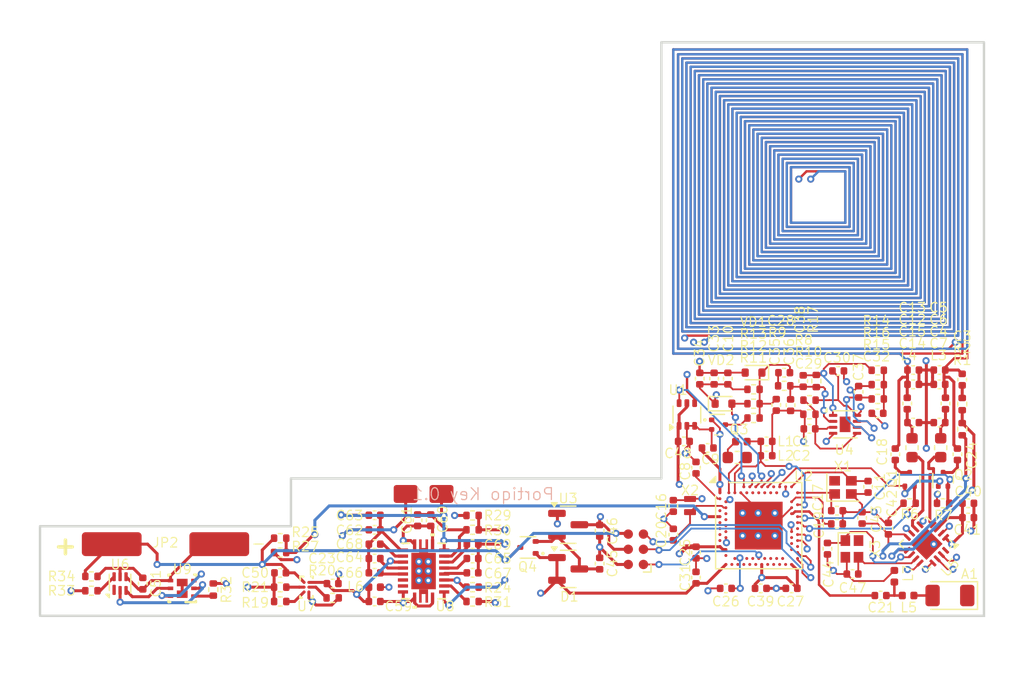
<source format=kicad_pcb>
(kicad_pcb (version 20241229) (generator "pcbnew") (generator_version "9.0")
  (layers (0 "F.Cu" signal) (4 "In1.Cu" signal) (6 "In2.Cu" signal) (2 "B.Cu" signal) (13 "F.Paste" user) (15 "B.Paste" user) (5 "F.SilkS" user "F.Silkscreen") (7 "B.SilkS" user "B.Silkscreen") (1 "F.Mask" user) (3 "B.Mask" user) (25 "Edge.Cuts" user))
  (net 0 "")
  (net 1 "GND")
  (net 2 "/DEC4-6")
  (net 3 "Net-(C3-Pad2)")
  (net 4 "Net-(C4-Pad2)")
  (net 5 "Net-(U2-DEC1)")
  (net 6 "VCC3.3V")
  (net 7 "/LF-ANT")
  (net 8 "Net-(U2-XC2)")
  (net 9 "Net-(C14-Pad2)")
  (net 10 "Net-(U2-XL1{slash}P0.00)")
  (net 11 "Net-(U2-XC1)")
  (net 12 "Net-(C18-Pad1)")
  (net 13 "Net-(U2-DEC3)")
  (net 14 "Net-(U2-XL2{slash}P0.01)")
  (net 15 "/BLE_ANT")
  (net 16 "VQI")
  (net 17 "Net-(C24-Pad1)")
  (net 18 "Net-(U2-DECUSB)")
  (net 19 "/LF_OA")
  (net 20 "Net-(C28-Pad1)")
  (net 21 "/LF_VBIAS")
  (net 22 "/LF_AMP_PWR")
  (net 23 "VCC5V")
  (net 24 "Net-(C32-Pad2)")
  (net 25 "/LF_Env_Dete")
  (net 26 "Net-(U4B--)")
  (net 27 "/LF_OA_OUT")
  (net 28 "/LF_OA1")
  (net 29 "VMID")
  (net 30 "Net-(U5-OSCIN)")
  (net 31 "MIXVIN")
  (net 32 "Net-(U5-OSCOUT)")
  (net 33 "BAT")
  (net 34 "Net-(JP2-Pin_2)")
  (net 35 "Net-(U6-BAT)")
  (net 36 "/RECT")
  (net 37 "Net-(J6-Pin_2)")
  (net 38 "Net-(J6-Pin_1)")
  (net 39 "Net-(U8-CLAMP1)")
  (net 40 "Net-(U8-CLAMP2)")
  (net 41 "Net-(U8-COMM1)")
  (net 42 "Net-(U8-COMM2)")
  (net 43 "Net-(U8-BOOT1)")
  (net 44 "Net-(U8-BOOT2)")
  (net 45 "Net-(L1-Pad1)")
  (net 46 "/DCC")
  (net 47 "/TX1")
  (net 48 "/TX2")
  (net 49 "/RX")
  (net 50 "/NFC_NRF_B")
  (net 51 "/NFC_NRF_A")
  (net 52 "Net-(Q3-PadD)")
  (net 53 "/LF_RSSI")
  (net 54 "Net-(U7-PRETERM)")
  (net 55 "Net-(U7-ISET)")
  (net 56 "Net-(U7-TS)")
  (net 57 "Net-(U8-ILIM)")
  (net 58 "Net-(U8-FOD)")
  (net 59 "/VBAT_SENSE")
  (net 60 "Net-(U8-TS-CTRL)")
  (net 61 "Net-(U9A-S1)")
  (net 62 "Net-(U6-V-)")
  (net 63 "/SWCLK")
  (net 64 "/LF_MOD")
  (net 65 "/NFC_ANT_SEL")
  (net 66 "/LF_ANT_DRV")
  (net 70 "/NSS")
  (net 72 "/USB_D_N")
  (net 77 "/RESET")
  (net 85 "/SWDIO")
  (net 86 "/MISO")
  (net 98 "/MOSI")
  (net 105 "/USB_D_P")
  (net 106 "/SCK")
  (net 111 "Net-(U6-Dout)")
  (net 113 "Net-(U6-Cout)")
  (net 114 "/CHG")
  (net 115 "/AD-EN")
  (net 116 "Net-(U9A-D1-Pad6)")
  (net 117 "Net-(U9A-D1-Pad7)")
  (net 118 "Net-(U8-AC1)")
  (net 119 "Net-(A1-Pad2)")
  (net 121 "Net-(C21-Pad1)")
  (footprint "Resistor_SMD:R_0402_1005Metric" (layer "F.Cu") (at 125.47 104.85 90)
    (property "Reference" "R17")
    (property "Value" "4.7K")
  )
  (footprint "Resistor_SMD:R_0402_1005Metric" (layer "F.Cu") (at 80.6 118)
    (property "Reference" "R25")
    (property "Value" "2M")
  )
  (footprint "Resistor_SMD:R_0402_1005Metric" (layer "F.Cu") (at 96.7 117.3)
    (property "Reference" "R30")
    (property "Value" "20k")
  )
  (footprint "Capacitor_SMD:C_0402_1005Metric" (layer "F.Cu") (at 88.5 123.3)
    (property "Reference" "C59")
    (property "Value" "2.2uF")
  )
  (footprint "Capacitor_SMD:C_0402_1005Metric" (layer "F.Cu") (at 88.5 116.08 180)
    (property "Reference" "C63")
    (property "Value" "1900pF")
  )
  (footprint "Capacitor_SMD:C_0402_1005Metric" (layer "F.Cu") (at 115.4 112.1 90)
    (property "Reference" "C8")
    (property "Value" "100nF")
  )
  (footprint "Package_SON:WSON-6_1.5x1.5mm_P0.5mm" (layer "F.Cu") (at 67.2 121.8 90)
    (property "Reference" "U6")
    (property "Value" "BQ29707")
  )
  (footprint "Resistor_SMD:R_0402_1005Metric" (layer "F.Cu") (at 80.59 119.2 180)
    (property "Reference" "R27")
    (property "Value" "2M")
  )
  (footprint "Capacitor_SMD:C_0402_1005Metric" (layer "F.Cu") (at 135.77825 108.32825 180)
    (property "Reference" "C7")
    (property "Value" "47pF")
  )
  (footprint "Resistor_SMD:R_0402_1005Metric" (layer "F.Cu") (at 130.61 106.35 180)
    (property "Reference" "R15")
    (property "Value" "75")
  )
  (footprint "Package_DFN_QFN:QFN-16-1EP_3x3mm_P0.5mm_EP1.9x1.9mm" (layer "F.Cu") (at 134.689081 118.478079 -135)
    (property "Reference" "U5")
    (property "Value" "Ci522")
  )
  (footprint "Resistor_SMD:R_0402_1005Metric" (layer "F.Cu") (at 122.78 105.25)
    (property "Reference" "R9")
    (property "Value" "82")
  )
  (footprint "Capacitor_SMD:C_0402_1005Metric" (layer "F.Cu") (at 69.1 121.8 -90)
    (property "Reference" "C51")
    (property "Value" "100nF")
  )
  (footprint "Capacitor_SMD:C_0402_1005Metric" (layer "F.Cu") (at 107.3375 120.125 90)
    (property "Reference" "C45")
    (property "Value" "1uF")
  )
  (footprint "Capacitor_SMD:C_0402_1005Metric" (layer "F.Cu") (at 84.99 121.8)
    (property "Reference" "C23")
    (property "Value" "100nF")
  )
  (footprint "Resistor_SMD:R_0402_1005Metric" (layer "F.Cu") (at 120.215 105.545 180)
    (property "Reference" "R13")
    (property "Value" "470K")
  )
  (footprint "Package_TO_SOT_SMD:SOT-723" (layer "F.Cu") (at 136.07825 113.07825 90)
    (property "Reference" "Q2")
    (property "Value" "WNM3013-3/TR")
  )
  (footprint "Capacitor_SMD:C_0402_1005Metric" (layer "F.Cu") (at 123.315 106.865 -90)
    (property "Reference" "C36")
    (property "Value" "33nF")
  )
  (footprint "Resistor_SMD:R_0402_1005Metric" (layer "F.Cu") (at 96.7 123.3)
    (property "Reference" "R31")
    (property "Value" "10K")
  )
  (footprint "Capacitor_SMD:C_0402_1005Metric" (layer "F.Cu") (at 88.5 119.7)
    (property "Reference" "C64")
    (property "Value" ".47uF 25v")
  )
  (footprint "Capacitor_SMD:C_0402_1005Metric" (layer "F.Cu") (at 122.115 106.845 -90)
    (property "Reference" "C35")
    (property "Value" "27nF 50v")
  )
  (footprint "Inductor_SMD:L_0402_1005Metric" (layer "F.Cu") (at 133.15 122.8 180)
    (property "Reference" "L5")
    (property "Value" "3.9nH")
  )
  (footprint "Capacitor_SMD:C_0402_1005Metric" (layer "F.Cu") (at 115.715 104.645 -90)
    (property "Reference" "C34")
    (property "Value" "2.2nf COG 50v")
  )
  (footprint "Resistor_SMD:R_0402_1005Metric" (layer "F.Cu") (at 75 122.3 90)
    (property "Reference" "R32")
    (property "Value" ".82")
  )
  (footprint "Capacitor_SMD:C_0402_1005Metric" (layer "F.Cu") (at 137.67825 104.72825 -90)
    (property "Reference" "C3")
    (property "Value" "100nF")
  )
  (footprint "Capacitor_SMD:C_0402_1005Metric" (layer "F.Cu") (at 88.5 120.9)
    (property "Reference" "C66")
    (property "Value" "22nF 25v")
  )
  (footprint "Crystal:SMD1610-2P X161032768KGD2SI CRYSTAL" (layer "F.Cu") (at 118.9 115.22 -90)
    (property "Reference" "X2")
    (property "Value" "32.768KHz")
  )
  (footprint "Capacitor_SMD:C_0402_1005Metric" (layer "F.Cu") (at 113.5 117.7 90)
    (property "Reference" "C20")
    (property "Value" "6pF")
  )
  (footprint "Resistor_SMD:R_0402_1005Metric" (layer "F.Cu") (at 64.8 122.4 180)
    (property "Reference" "R33")
    (property "Value" "2.21K")
  )
  (footprint "Resistor_SMD:R_0402_1005Metric" (layer "F.Cu") (at 64.8 121.2)
    (property "Reference" "R34")
    (property "Value" "221")
  )
  (footprint "Capacitor_SMD:C_0402_1005Metric" (layer "F.Cu") (at 127.2 116.8)
    (property "Reference" "C19")
    (property "Value" "100nF")
  )
  (footprint "Resistor_SMD:R_0402_1005Metric" (layer "F.Cu") (at 133.27825 115.07825 180)
    (property "Reference" "R6")
    (property "Value" "100K")
  )
  (footprint "Inductor_SMD:L_0603_1608Metric" (layer "F.Cu") (at 133.47825 110.42825 90)
    (property "Reference" "L4")
    (property "Value" "680nH C139216")
  )
  (footprint "Capacitor_SMD:C_0402_1005Metric" (layer "F.Cu") (at 128.5 121 180)
    (property "Reference" "C47")
    (property "Value" "12pF")
  )
  (footprint "Crystal:Crystal_SMD_2016-4Pin_2.0x1.6mm" (layer "F.Cu") (at 127.7 113.75)
    (property "Reference" "X1")
    (property "Value" "32MHZ X201632MOB4SI")
  )
  (footprint "Capacitor_SMD:C_0402_1005Metric" (layer "F.Cu") (at 135.77825 103.92825)
    (property "Reference" "C5")
    (property "Value" "150pF 50V NPO")
  )
  (footprint "Capacitor_SMD:C_0402_1005Metric" (layer "F.Cu") (at 129.3 116.3 90)
    (property "Reference" "C43")
    (property "Value" "1uF")
  )
  (footprint "Diode_SMD:D_SOD-523" (layer "F.Cu") (at 117.7 106.745)
    (property "Reference" "VD2")
    (property "Value" "1N4148WT")
  )
  (footprint "Crystal:Crystal_SMD_2016-4Pin_2.0x1.6mm" (layer "F.Cu") (at 128.45 118.9 -90)
    (property "Reference" "X3")
    (property "Value" "27.12MHZ X2016712MMB4SI")
  )
  (footprint "Capacitor_SMD:C_0402_1005Metric" (layer "F.Cu") (at 132.07825 110.97825 90)
    (property "Reference" "C18")
    (property "Value" "1nf 50V NPO")
  )
  (footprint "Capacitor_SMD:C_0402_1005Metric" (layer "F.Cu") (at 116.38 110.45)
    (property "Reference" "C9")
    (property "Value" "4.7uF")
  )
  (footprint "Capacitor_SMD:C_0402_1005Metric" (layer "F.Cu") (at 113.5 115.3 -90)
    (property "Reference" "C16")
    (property "Value" "6pF")
  )
  (footprint "Resistor_SMD:R_0402_1005Metric" (layer "F.Cu") (at 130.61 103.95)
    (property "Reference" "R14")
    (property "Value" "82")
  )
  (footprint "Capacitor_SMD:C_0402_1005Metric" (layer "F.Cu") (at 80.6 120.9 180)
    (property "Reference" "C50")
    (property "Value" "1uF")
  )
  (footprint "Resistor_SMD:R_0402_1005Metric" (layer "F.Cu") (at 137.67825 106.77825 -90)
    (property "Reference" "R2")
    (property "Value" "5.1k")
  )
  (footprint "Capacitor_SMD:C_0402_1005Metric" (layer "F.Cu") (at 96.7 118.5 180)
    (property "Reference" "C69")
    (property "Value" "10nf 10v")
  )
  (footprint "Capacitor_SMD:C_0402_1005Metric" (layer "F.Cu") (at 131.5 117.2 90)
    (property "Reference" "C42")
    (property "Value" "100nF")
  )
  (footprint "Package_TO_SOT_SMD:SOT-723" (layer "F.Cu") (at 133.27825 113.07825 90)
    (property "Reference" "Q1")
    (property "Value" "WNM3013-3/TR")
  )
  (footprint "Capacitor_SMD:C_0402_1005Metric" (layer "F.Cu") (at 138.17825 116.27825)
    (property "Reference" "C41")
    (property "Value" "100nF")
  )
  (footprint "Capacitor_SMD:C_0402_1005Metric" (layer "F.Cu") (at 127.3 104)
    (property "Reference" "C30")
    (property "Value" "100nF")
  )
  (footprint "Capacitor_SMD:C_0402_1005Metric" (layer "F.Cu") (at 133.57825 103.92825)
    (property "Reference" "C13")
    (property "Value" "150pF 50V NPO")
  )
  (footprint "Capacitor_SMD:C_0402_1005Metric" (layer "F.Cu") (at 129.01 105.75 90)
    (property "Reference" "C37")
    (property "Value" "10nF")
  )
  (footprint "Capacitor_SMD:C_0402_1005Metric" (layer "F.Cu") (at 96.7 120.9 180)
    (property "Reference" "C67")
    (property "Value" "22nF 25v")
  )
  (footprint "Jumper:Solderpad - 2 pin" (layer "F.Cu") (at 71 117.5)
    (property "Reference" "JP2")
    (property "Value" "BATTERY")
  )
  (footprint "Diode_SMD:D_SOD-523" (layer "F.Cu") (at 120.215 104.145 180)
    (property "Reference" "VD1")
    (property "Value" "1N4148WT")
  )
  (footprint "Capacitor_SMD:C_0402_1005Metric" (layer "F.Cu") (at 133.57825 108.32825 180)
    (property "Reference" "C14")
    (property "Value" "47pF")
  )
  (footprint "Capacitor_SMD:C_0402_1005Metric" (layer "F.Cu") (at 130.85 122.8 180)
    (property "Reference" "C21")
    (property "Value" "1pF")
  )
  (footprint "Connector:Tag-Connect_TC2030-IDC-NL_2x03_P1.27mm_Vertical" (layer "F.Cu") (at 110.365 118.93 90)
    (property "Reference" "J1" (hide yes))
    (property "Value" "Conn_02x03_Counter_Clockwise")
  )
  (footprint "Package_TO_SOT_SMD:SOT-23" (layer "F.Cu") (at 104.7 120.575)
    (property "Reference" "D1")
    (property "Value" "BAT54C")
  )
  (footprint "Package_DFN_QFN:Nordic_AQFN-73-1EP_7x7mm_P0.5mm" (layer "F.Cu") (at 120.65 116.95)
    (property "Reference" "U2")
    (property "Value" "nRF52840")
  )
  (footprint "Package_TO_SOT_SMD:SOT-723" (layer "F.Cu") (at 117.285 108.5)
    (property "Reference" "Q3")
    (property "Value" "WNM3013-3/TR")
  )
  (footprint "Capacitor_SMD:C_0402_1005Metric" (layer "F.Cu") (at 114.385 109.9)
    (property "Reference" "C48")
    (property "Value" "4.7uF")
  )
  (footprint "Capacitor_SMD:C_0402_1005Metric" (layer "F.Cu") (at 124.9 108.85 180)
    (property "Reference" "C29")
    (property "Value" "100nF")
  )
  (footprint "Resistor_SMD:R_0402_1005Metric" (layer "F.Cu") (at 124.9 106.45 180)
    (property "Reference" "R8")
    (property "Value" "4.7k")
  )
  (footprint "Capacitor_SMD:C_0402_1005Metric" (layer "F.Cu") (at 93.2 116.5 -90)
    (property "Reference" "C60")
    (property "Value" "10uF")
  )
  (footprint "Resistor_SMD:R_0402_1005Metric" (layer "F.Cu") (at 96.7 122.1 180)
    (property "Reference" "R24")
    (property "Value" "4.7K")
  )
  (footprint "Capacitor_SMD:C_0402_1005Metric" (layer "F.Cu") (at 136.27825 106.72825 -90)
    (property "Reference" "C4")
    (property "Value" "47pF")
  )
  (footprint "Inductor_SMD:L_0603_1608Metric" (layer "F.Cu") (at 135.87825 110.42825 -90)
    (property "Reference" "L3")
    (property "Value" "680nH C139216")
  )
  (footprint "Capacitor_SMD:C_0402_1005Metric" (layer "F.Cu") (at 121.3 111.1)
    (property "Reference" "C2")
    (property "Value" "47nF")
  )
  (footprint "Inductor_SMD:L_0603_1608Metric" (layer "F.Cu") (at 118.85 111.25 180)
    (property "Reference" "L2")
    (property "Value" "10uH")
  )
  (footprint "Capacitor_SMD:C_0402_1005Metric" (layer "F.Cu") (at 118.065 104.645 -90)
    (property "Reference" "C10")
    (property "Value" "5.6nF COG 50v")
  )
  (footprint "Capacitor_SMD:C_0402_1005Metric" (layer "F.Cu") (at 133.57825 105.12825)
    (property "Reference" "C12")
    (property "Value" "1pF 50V NPO")
  )
  (footprint "Capacitor_SMD:C_0402_1005Metric" (layer "F.Cu") (at 122.78 104.15)
    (property "Reference" "C28")
    (property "Value" "10nf 50v")
  )
  (footprint "Capacitor_SMD:C_0402_1005Metric" (layer "F.Cu") (at 137.27825 110.97825 90)
    (property "Reference" "C24")
    (property "Value" "1nF 50V NPO")
  )
  (footprint "Package_TO_SOT_SMD:SOT-23" (layer "F.Cu") (at 104.7 116.875)
    (property "Reference" "U3")
    (property "Value" "BL8064CB3TR33")
  )
  (footprint "Capacitor_SMD:C_0402_1005Metric" (layer "F.Cu") (at 133.07825 106.72825 90)
    (property "Reference" "C15")
    (property "Value" "47pF")
  )
  (footprint "Inductor_SMD:L_0402_1005Metric" (layer "F.Cu") (at 119.195 109.92)
    (property "Reference" "L1")
    (property "Value" "15nH")
  )
  (footprint "Resistor_SMD:R_0402_1005Metric" (layer "F.Cu") (at 124.89 107.63 180)
    (property "Reference" "R10")
    (property "Value" "3k")
  )
  (footprint "Capacitor_SMD:C_0402_1005Metric" (layer "F.Cu") (at 96.7 119.7 180)
    (property "Reference" "C65")
    (property "Value" ".47uF 25v")
  )
  (footprint "Inductor_SMD:L_0402_1005Metric" (layer "F.Cu") (at 132 121.185 90)
    (property "Reference" "L7")
    (property "Value" "2.7nH")
  )
  (footprint "Inductor_SMD:L_0402_1005Metric" (layer "F.Cu") (at 88.5 122.1)
    (property "Reference" "L6")
    (property "Value" "300R@100M")
  )
  (footprint "BQ51013B:RHL20_2P05X3P05" (layer "F.Cu") (at 92.6 120.750001)
    (property "Reference" "U8")
    (property "Value" "BQ51013B")
  )
  (footprint "Capacitor_SMD:C_0402_1005Metric" (layer "F.Cu") (at 124.37 104.85 90)
    (property "Reference" "C38")
    (property "Value" "1nF")
  )
  (footprint "Package_DFN_QFN:DFN-8-1EP_2x2mm_P0.5mm_EP0.9x1.3mm" (layer "F.Cu") (at 127.875 108.475)
    (property "Reference" "U4")
    (property "Value" "GS358-FR")
  )
  (footprint "Package_TO_SOT_SMD:SOT-363_SC-70-6" (layer "F.Cu") (at 114.635 107.65 90)
    (property "Reference" "U1")
    (property "Value" "RS2257XC6")
  )
  (footprint "Resistor_SMD:R_0402_1005Metric" (layer "F.Cu") (at 80.6 122.1 180)
    (property "Reference" "R21")
    (property "Value" "10K")
  )
  (footprint "Resistor_SMD:R_0402_1005Metric" (layer "F.Cu") (at 84.99 123)
    (property "Reference" "R20")
    (property "Value" "13K")
  )
  (footprint "Resistor_SMD:R_0402_1005Metric" (layer "F.Cu") (at 137.67825 108.87825 -90)
    (property "Reference" "R1")
    (property "Value" "820")
  )
  (footprint "Resistor_SMD:R_0402_1005Metric" (layer "F.Cu") (at 136.07825 115.07825 180)
    (property "Reference" "R7")
    (property "Value" "100K")
  )
  (footprint "Capacitor_SMD:C_0402_1005Metric" (layer "F.Cu") (at 129.8 113.7 90)
    (property "Reference" "C11")
    (property "Value" "12pF")
  )
  (footprint "RF_Antenna:Johanson_2450AT18x100" (layer "F.Cu") (at 136.65 122.8 180)
    (property "Reference" "A1")
    (property "Value" "2450AT18A100")
  )
  (footprint "Capacitor_SMD:C_0402_1005Metric" (layer "F.Cu") (at 88.5 117.3)
    (property "Reference" "C62")
    (property "Value" ".183uF")
  )
  (footprint "CSD85301Q2:DQK0006B" (layer "F.Cu") (at 72.4 122.2 180)
    (property "Reference" "U9")
    (property "Value" "CSD85301Q2")
  )
  (footprint "Resistor_SMD:R_0402_1005Metric" (layer "F.Cu") (at 120.215 106.745 180)
    (property "Reference" "R12")
    (property "Value" "470K")
  )
  (footprint "Capacitor_SMD:C_0402_1005Metric" (layer "F.Cu") (at 135.77825 105.12825)
    (property "Reference" "C6")
    (property "Value" "1pF 50V NPO")
  )
  (footprint "Capacitor_SMD:C_0402_1005Metric" (layer "F.Cu") (at 121.3 109.9)
    (property "Reference" "C1")
    (property "Value" "1uF")
  )
  (footprint "Capacitor_SMD:C_0402_1005Metric" (layer "F.Cu") (at 120.82 122.2)
    (property "Reference" "C39")
    (property "Value" "100nF")
  )
  (footprint "Capacitor_SMD:C_0402_1005Metric" (layer "F.Cu") (at 126.4 118.88 -90)
    (property "Reference" "C44")
    (property "Value" "12pF")
  )
  (footprint "BQ25100:YFP0006AFAV" (layer "F.Cu") (at 82.799998 122.100002)
    (property "Reference" "U7")
    (property "Value" "BQ25100YFPR")
  )
  (footprint "Capacitor_SMD:C_0402_1005Metric" (layer "F.Cu") (at 88.5 118.5)
    (property "Reference" "C68")
    (property "Value" "10nF 10v")
  )
  (footprint "Capacitor_SMD:C_0402_1005Metric" (layer "F.Cu") (at 138.17825 115.07825)
    (property "Reference" "C40")
    (property "Value" "4.7uF")
  )
  (footprint "Jumper:Solderpad - 2 pin" (layer "F.Cu") (at 91.1 120.3 180)
    (property "Reference" "J6" (hide yes))
    (property "Value" "Qi Coil")
  )
  (footprint "Capacitor_SMD:C_0402_1005Metric" (layer "F.Cu") (at 127.2 115.7 180)
    (property "Reference" "C17")
    (property "Value" "12pF")
  )
  (footprint "Capacitor_SMD:C_0402_1005Metric" (layer "F.Cu") (at 115.4 121.3 90)
    (property "Reference" "C31")
    (property "Value" "4.7uF")
  )
  (footprint "Resistor_SMD:R_0402_1005Metric" (layer "F.Cu") (at 80.6 123.3 180)
    (property "Reference" "R19")
    (property "Value" "10K")
  )
  (footprint "Capacitor_SMD:C_0402_1005Metric" (layer "F.Cu") (at 117.9 122.2)
    (property "Reference" "C26")
    (property "Value" "4.7uF")
  )
  (footprint "Capacitor_SMD:C_0402_1005Metric" (layer "F.Cu") (at 130.59 107.55)
    (property "Reference" "C32")
    (property "Value" "100nF")
  )
  (footprint "Package_TO_SOT_SMD:SOT-523" (layer "F.Cu") (at 101.3375 118.775 180)
    (property "Reference" "Q4")
    (property "Value" "CJE3139K")
  )
  (footprint "Capacitor_SMD:C_0402_1005Metric" (layer "F.Cu") (at 123.4 122.2 180)
    (property "Reference" "C27")
    (property "Value" "100nF")
  )
  (footprint "Capacitor_SMD:C_0402_1005Metric" (layer "F.Cu") (at 115.4 119.2 -90)
    (property "Reference" "C25")
    (property "Value" "4.7uF")
  )
  (footprint "Resistor_SMD:R_0402_1005Metric" (layer "F.Cu") (at 120.215 107.945 180)
    (property "Reference" "R11")
    (property "Value" "220")
  )
  (footprint "Resistor_SMD:R_0402_1005Metric" (layer "F.Cu") (at 130.61 105.15 180)
    (property "Reference" "R16")
    (property "Value" "3K")
  )
  (footprint "Resistor_SMD:R_0402_1005Metric" (layer "F.Cu") (at 96.7 116.1 180)
    (property "Reference" "R29")
    (property "Value" "196")
  )
  (footprint "Capacitor_SMD:C_0402_1005Metric" (layer "F.Cu") (at 107.3375 117.375 -90)
    (property "Reference" "C46")
    (property "Value" "4.7uF")
  )
  (footprint "Capacitor_SMD:C_0402_1005Metric" (layer "F.Cu") (at 116.915 104.645 -90)
    (property "Reference" "C33")
    (property "Value" "N/C COG 50v")
  )
  (footprint "Capacitor_SMD:C_0402_1005Metric" (layer "F.Cu") (at 92.1 116.5 -90)
    (property "Reference" "C61")
    (property "Value" "10uF")
  )
  (gr_poly (pts (xy 60.5 124.5) (xy 60.5 117) (xy 81.5 117) (xy 81.5 113) (xy 112.5 113) (xy 112.5 76.5) (xy 139.5 76.5) (xy 139.5 124.5)) (stroke (width 0.2)) (fill no) (layer "Edge.Cuts"))
  (gr_text "-" (at 78.1 119 0) (layer "F.SilkS") (effects (font (size 1 1) (thickness 0.1)) (justify left bottom)))
  (gr_text "+" (at 61.5 119.5 0) (layer "F.SilkS") (effects (font (size 1.5 1.5) (thickness 0.3) (bold yes)) (justify left bottom)))
  (gr_text "Portiqo Key 0.1" (at 103.6 114.9 0) (layer "B.SilkS") (effects (font (size 1 1) (thickness 0.1)) (justify left bottom mirror)))
  (segment (start 85.47 121.03) (end 85.47 121.8) (width 0.25) (layer "F.Cu") (net 1))
  (segment (start 127.78 104.68) (end 128 104.9) (width 0.15) (layer "F.Cu") (net 1))
  (segment (start 127.68 115.7) (end 127.9 115.7) (width 0.15) (layer "F.Cu") (net 1))
  (segment (start 114.5 110.5) (end 114.5 110.9) (width 0.15) (layer "F.Cu") (net 1))
  (segment (start 85.5 121) (end 85.47 121.03) (width 0.25) (layer "F.Cu") (net 1))
  (segment (start 91 123.3) (end 91.524999 123.3) (width 0.25) (layer "F.Cu") (net 1))
  (segment (start 132.67825 104.52825) (end 132.37825 104.82825) (width 0.25) (layer "F.Cu") (net 1))
  (segment (start 114.865 109.9) (end 114.635 109.67) (width 0.15) (layer "F.Cu") (net 1))
  (segment (start 80.679 119.799) (end 80.08 119.2) (width 0.25) (layer "F.Cu") (net 1))
  (segment (start 121.78 109.9) (end 121.78 107.66) (width 0.15) (layer "F.Cu") (net 1))
  (segment (start 129.3 115.82) (end 129.3 115.2) (width 0.15) (layer "F.Cu") (net 1))
  (segment (start 136.15825 105.10825) (end 136.13825 105.12825) (width 0.25) (layer "F.Cu") (net 1))
  (segment (start 91.524999 123.3) (end 91.849999 122.975) (width 0.25) (layer "F.Cu") (net 1))
  (segment (start 127.9 115.7) (end 128.02 115.82) (width 0.15) (layer "F.Cu") (net 1))
  (segment (start 138.65825 117.14175) (end 138.4 117.4) (width 0.25) (layer "F.Cu") (net 1))
  (segment (start 131.2 108.6) (end 130.15 107.55) (width 0.15) (layer "F.Cu") (net 1))
  (segment (start 91.849999 122.975) (end 91.849999 123.415323) (width 0.25) (layer "F.Cu") (net 1))
  (segment (start 138.65825 115.07825) (end 138.65825 117.14175) (width 0.25) (layer "F.Cu") (net 1))
  (segment (start 115.715 105.125) (end 116.915 105.125) (width 0.15) (layer "F.Cu") (net 1))
  (segment (start 114.635 108.6) (end 115.285 108.6) (width 0.15) (layer "F.Cu") (net 1))
  (segment (start 131.5 116.72) (end 131.5 116.3465) (width 0.15) (layer "F.Cu") (net 1))
  (segment (start 114.635 109.67) (end 114.635 108.6) (width 0.15) (layer "F.Cu") (net 1))
  (segment (start 92.1 116.98) (end 91.22 116.98) (width 0.25) (layer "F.Cu") (net 1))
  (segment (start 133.09825 103.92825) (end 133.09825 104.52825) (width 0.25) (layer "F.Cu") (net 1))
  (segment (start 114.865 109.9) (end 114.865 111.085) (width 0.15) (layer "F.Cu") (net 1))
  (segment (start 122.115 107.325) (end 124.155 107.325) (width 0.15) (layer "F.Cu") (net 1))
  (segment (start 95.2 116.1) (end 96.19 116.1) (width 0.25) (layer "F.Cu") (net 1))
  (segment (start 131.5 116.3465) (end 132.76825 115.07825) (width 0.15) (layer "F.Cu") (net 1))
  (segment (start 107.3375 119.645) (end 107.3375 118.745) (width 0.25) (layer "F.Cu") (net 1))
  (segment (start 88.98 123.3) (end 90.8 123.3) (width 0.25) (layer "F.Cu") (net 1))
  (segment (start 117 106.745) (end 115.715 105.46) (width 0.15) (layer "F.Cu") (net 1))
  (segment (start 129.3 115.2) (end 128.4 114.3) (width 0.15) (layer "F.Cu") (net 1))
  (segment (start 80.09 122.1) (end 77.9 122.1) (width 0.25) (layer "F.Cu") (net 1))
  (segment (start 136.57825 104.52825) (end 136.97825 104.92825) (width 0.25) (layer "F.Cu") (net 1))
  (segment (start 136.15825 104.52825) (end 136.57825 104.52825) (width 0.25) (layer "F.Cu") (net 1))
  (segment (start 113.5 77.1) (end 113.501 77.101) (width 0.2) (layer "F.Cu") (net 1))
  (segment (start 134.67825 103.92825) (end 135.19825 103.92825) (width 0.25) (layer "F.Cu") (net 1))
  (segment (start 114.865 111.085) (end 115.4 111.62) (width 0.15) (layer "F.Cu") (net 1))
  (segment (start 124.4 109.9) (end 124.4 109.8) (width 0.15) (layer "F.Cu") (net 1))
  (segment (start 113.9 102.15) (end 113.9 77.5) (width 0.2) (layer "F.Cu") (net 1))
  (segment (start 90.9 123.4) (end 90.9 122.525) (width 0.25) (layer "F.Cu") (net 1))
  (segment (start 131.22 116.72) (end 130.3 115.8) (width 0.15) (layer "F.Cu") (net 1))
  (segment (start 93.124 123.676) (end 92.110676 123.676) (width 0.25) (layer "F.Cu") (net 1))
  (segment (start 135.19825 104.52825) (end 135.19825 105.10825) (width 0.25) (layer "F.Cu") (net 1))
  (segment (start 131.5 116.72) (end 131.22 116.72) (width 0.15) (layer "F.Cu") (net 1))
  (segment (start 122.12 122.2) (end 122.92 122.2) (width 0.25) (layer "F.Cu") (net 1))
  (segment (start 133.09825 104.52825) (end 133.09825 105.12825) (width 0.25) (layer "F.Cu") (net 1))
  (segment (start 132.37825 110.19825) (end 132.07825 110.49825) (width 0.25) (layer "F.Cu") (net 1))
  (segment (start 127.68 116.8) (end 127.68 115.7) (width 0.15) (layer "F.Cu") (net 1))
  (segment (start 84.904 123.596) (end 85.5 123) (width 0.25) (layer "F.Cu") (net 1))
  (segment (start 136.25825 103.69175) (end 136.25825 103.92825) (width 0.2) (layer "F.Cu") (net 1))
  (segment (start 103.8 116.8) (end 103.8 115.9625) (width 0.25) (layer "F.Cu") (net 1))
  (segment (start 119.705 105.545) (end 118.485 105.545) (width 0.15) (layer "F.Cu") (net 1))
  (segment (start 126.875 109.325) (end 126.3 109.9) (width 0.15) (layer "F.Cu") (net 1))
  (segment (start 113.5 102.55) (end 113.5 77.1) (width 0.2) (layer "F.Cu") (net 1))
  (segment (start 136.25825 105.12825) (end 136.25825 106.22825) (width 0.25) (layer "F.Cu") (net 1))
  (segment (start 64.29 122.4) (end 63.1 122.4) (width 0.25) (layer "F.Cu") (net 1))
  (segment (start 117 106.1) (end 117.1 106) (width 0.15) (layer "F.Cu") (net 1))
  (segment (start 135.56825 115.07825) (end 135.56825 114.362022) (width 0.15) (layer "F.Cu") (net 1))
  (segment (start 91.22 116.98) (end 90.9 117.3) (width 0.25) (layer "F.Cu") (net 1))
  (segment (start 128.02 121) (end 128.02 119.72) (width 0.15) (layer "F.Cu") (net 1))
  (segment (start 98.5 123.3) (end 98.6 123.4) (width 0.25) (layer "F.Cu") (net 1))
  (segment (start 76.09 121.79) (end 76.1 121.8) (width 0.25) (layer "F.Cu") (net 1))
  (segment (start 124.155 107.325) (end 124.46 107.63) (width 0.15) (layer "F.Cu") (net 1))
  (segment (start 121.78 107.66) (end 122.115 107.325) (width 0.15) (layer "F.Cu") (net 1))
  (segment (start 83 123) (end 83 122.500001) (width 0.25) (layer "F.Cu") (net 1))
  (segment (start 135.19825 103.92825) (end 135.19825 104.52825) (width 0.25) (layer "F.Cu") (net 1))
  (segment (start 116.6 122.2) (end 116.4 122.4) (width 0.15) (layer "F.Cu") (net 1))
  (segment (start 116.915 105.125) (end 118.065 105.125) (width 0.15) (layer "F.Cu") (net 1))
  (segment (start 132 120.7) (end 131.114 121.586) (width 0.15) (layer "F.Cu") (net 1))
  (segment (start 121.3 122.2) (end 122.12 122.2) (width 0.25) (layer "F.Cu") (net 1))
  (segment (start 91.524997 118.2) (end 91.849999 118.525002) (width 0.25) (layer "F.Cu") (net 1))
  (segment (start 134.05825 108.32825) (end 134.67825 108.32825) (width 0.25) (layer "F.Cu") (net 1))
  (segment (start 93.2287 119.399999) (end 93.1947 119.433999) (width 0.25) (layer "F.Cu") (net 1))
  (segment (start 128.02 121) (end 127.2 121) (width 0.15) (layer "F.Cu") (net 1))
  (segment (start 115.685 108.9) (end 116.71 108.9) (width 0.15) (layer "F.Cu") (net 1))
  (segment (start 136.17825 105.16825) (end 136.13825 105.12825) (width 0.25) (layer "F.Cu") (net 1))
  (segment (start 133.07825 105.14825) (end 133.09825 105.12825) (width 0.25) (layer "F.Cu") (net 1))
  (segment (start 134.67825 103.92825) (end 134.67825 103.17825) (width 0.25) (layer "F.Cu") (net 1))
  (segment (start 93.124 123.676) (end 93.350001 123.449999) (width 0.25) (layer "F.Cu") (net 1))
  (segment (start 128.606 121.586) (end 128.02 121) (width 0.15) (layer "F.Cu") (net 1))
  (segment (start 131.114 121.586) (end 128.606 121.586) (width 0.15) (layer "F.Cu") (net 1))
  (segment (start 108.7925 120.2) (end 107.3375 118.745) (width 0.25) (layer "F.Cu") (net 1))
  (segment (start 126.4 120.2) (end 126.9 120.7) (width 0.15) (layer "F.Cu") (net 1))
  (segment (start 127.2 121) (end 126.9 120.7) (width 0.15) (layer "F.Cu") (net 1))
  (segment (start 134.05825 103.92825) (end 134.05825 105.12825) (width 0.25) (layer "F.Cu") (net 1))
  (segment (start 134.67825 103.17825) (end 134.65 103.15) (width 0.25) (layer "F.Cu") (net 1))
  (segment (start 136.15825 103.92825) (end 136.15825 104.52825) (width 0.25) (layer "F.Cu") (net 1))
  (segment (start 83.596 123.596) (end 84.904 123.596) (width 0.25) (layer "F.Cu") (net 1))
  (segment (start 116.28 119.68) (end 116.3 119.7) (width 0.15) (layer "F.Cu") (net 1))
  (segment (start 81.999 119.799) (end 80.679 119.799) (width 0.25) (layer "F.Cu") (net 1))
  (segment (start 134.67825 108.32825) (end 134.67825 103.92825) (width 0.25) (layer "F.Cu") (net 1))
  (segment (start 119.15 114.2) (end 120.275 115.325) (width 0.15) (layer "F.Cu") (net 1))
  (segment (start 80.09 120.93) (end 80.09 123.3) (width 0.25) (layer "F.Cu") (net 1))
  (segment (start 135.19825 105.10825) (end 135.17825 105.12825) (width 0.25) (layer "F.Cu") (net 1))
  (segment (start 130.28 115.82) (end 130.3 115.8) (width 0.15) (layer "F.Cu") (net 1))
  (segment (start 117.42 122.2) (end 116.6 122.2) (width 0.15) (layer "F.Cu") (net 1))
  (segment (start 137.1 101.6) (end 136.55 102.15) (width 0.2) (layer "F.Cu") (net 1))
  (segment (start 114.865 110.135) (end 114.5 110.5) (width 0.15) (layer "F.Cu") (net 1))
  (segment (start 137.35825 103.92825) (end 137.67825 104.24825) (width 0.25) (layer "F.Cu") (net 1))
  (segment (start 75 121.79) (end 76.09 121.79) (width 0.25) (layer "F.Cu") (net 1))
  (segment (start 133.1 103.2) (end 133.1 103.9265) (width 0.2) (layer "F.Cu") (net 1))
  (segment (start 134.67825 108.32825) (end 135.29825 108.32825) (width 0.25) (layer "F.Cu") (net 1))
  (segment (start 93.350001 118.525002) (end 93.350001 117.130001) (width 0.25) (layer "F.Cu") (net 1))
  (segment (start 121.78 111.1) (end 121.78 109.9) (width 0.15) (layer "F.Cu") (net 1))
  (segment (start 128.4 114.3) (end 129.68 114.3) (width 0.15) (layer "F.Cu") (net 1))
  (segment (start 97.21 123.3) (end 98.5 123.3) (width 0.25) (layer "F.Cu") (net 1))
  (segment (start 133.07825 106.24825) (end 133.07825 105.14825) (width 0.25) (layer "F.Cu") (net 1))
  (segment (start 136.55 102.15) (end 113.9 102.15) (width 0.2) (layer "F.Cu") (net 1))
  (segment (start 124.4 109.8) (end 124.42 109.78) (width 0.15) (layer "F.Cu") (net 1))
  (segment (start 117 106.745) (end 117 106.1) (width 0.15) (layer "F.Cu") (net 1))
  (segment (start 136.15825 104.52825) (end 136.15825 105.10825) (width 0.25) (layer "F.Cu") (net 1))
  (segment (start 135.56825 114.362022) (end 135.602022 114.32825) (width 0.15) (layer "F.Cu") (net 1))
  (segment (start 136.97825 110.19825) (end 137.27825 110.49825) (width 0.25) (layer "F.Cu") (net 1))
  (segment (start 93.350001 123.449999) (end 93.350001 122.975) (width 0.25) (layer "F.Cu") (net 1))
  (segment (start 124.42 109.78) (end 124.42 108.85) (width 0.15) (layer "F.Cu") (net 1))
  (segment (start 126.875 109.225) (end 126.875 109.325) (width 0.15) (layer "F.Cu") (net 1))
  (segment (start 118.485 105.545) (end 118.065 105.125) (width 0.15) (layer "F.Cu") (net 1))
  (segment (start 90.9 117.3) (end 90.9 118.2) (width 0.25) (layer "F.Cu") (net 1))
  (segment (start 90.8 123.3) (end 90.9 123.4) (width 0.25) (layer "F.Cu") (net 1))
  (segment (start 93.1947 119.433999) (end 92.9537 119.433999) (width 0.25) (layer "F.Cu") (net 1))
  (segment (start 124.5 108.85) (end 124.5 107.67) (width 0.15) (layer "F.Cu") (net 1))
  (segment (start 137 102.95) (end 136.25825 103.69175) (width 0.2) (layer "F.Cu") (net 1))
  (segment (start 129.3 115.82) (end 130.28 115.82) (width 0.15) (layer "F.Cu") (net 1))
  (segment (start 90.9 118.2) (end 91.524997 118.2) (width 0.25) (layer "F.Cu") (net 1))
  (segment (start 136.25825 103.92825) (end 137.35825 103.92825) (width 0.25) (layer "F.Cu") (net 1))
  (segment (start 121.9 116.95) (end 123.4 115.45) (width 0.15) (layer "F.Cu") (net 1))
  (segment (start 138.1 77.101) (end 138.1 102.95) (width 0.2) (layer "F.Cu") (net 1))
  (segment (start 134.05825 103.92825) (end 134.67825 103.92825) (width 0.25) (layer "F.Cu") (net 1))
  (segment (start 137.7 102.55) (end 113.5 102.55) (width 0.2) (layer "F.Cu") (net 1))
  (segment (start 80.09 120.93) (end 80.12 120.9) (width 0.25) (layer "F.Cu") (net 1))
  (segment (start 83.3 123.3) (end 83.596 123.596) (width 0.25) (layer "F.Cu") (net 1))
  (segment (start 132.37825 104.82825) (end 132.37825 110.19825) (width 0.25) (layer "F.Cu") (net 1))
  (segment (start 135.17825 105.12825) (end 134.05825 105.12825) (width 0.25) (layer "F.Cu") (net 1))
  (segment (start 91.849999 123.415323) (end 92.110676 123.676) (width 0.25) (layer "F.Cu") (net 1))
  (segment (start 128.02 115.82) (end 129.3 115.82) (width 0.15) (layer "F.Cu") (net 1))
  (segment (start 93.2 116.98) (end 92.1 116.98) (width 0.25) (layer "F.Cu") (net 1))
  (segment (start 115.385 108.6) (end 115.685 108.9) (width 0.15) (layer "F.Cu") (net 1))
  (segment (start 113.9 77.5) (end 137.7 77.5) (width 0.2) (layer "F.Cu") (net 1))
  (segment (start 83.3 123.3) (end 83 123) (width 0.25) (layer "F.Cu") (net 1))
  (segment (start 136.28825 103.89825) (end 136.25825 103.92825) (width 0.25) (layer "F.Cu") (net 1))
  (segment (start 113.501 77.101) (end 138.1 77.101) (width 0.2) (layer "F.Cu") (net 1))
  (segment (start 115.4 119.68) (end 116.28 119.68) (width 0.15) (layer "F.Cu") (net 1))
  (segment (start 136.97825 104.92825) (end 136.97825 110.19825) (width 0.25) (layer "F.Cu") (net 1))
  (segment (start 134.67825 110.47825) (end 134.67825 108.32825) (width 0.25) (layer "F.Cu") (net 1))
  (segment (start 137.7 77.5) (end 137.7 102.55) (width 0.2) (layer "F.Cu") (net 1))
  (segment (start 113.5 117.2) (end 112.7 116.4) (width 0.15) (layer "F.Cu") (net 1))
  (segment (start 107.3375 118.745) (end 107.3375 117.855) (width 0.25) (layer "F.Cu") (net 1))
  (segment (start 136.25825 106.22825) (end 136.27825 106.24825) (width 0.25) (layer "F.Cu") (net 1))
  (segment (start 127.78 104) (end 127.78 104.68) (width 0.15) (layer "F.Cu") (net 1))
  (segment (start 138.1 102.95) (end 137 102.95) (width 0.2) (layer "F.Cu") (net 1))
  (segment (start 115.715 105.46) (end 115.715 105.125) (width 0.15) (layer "F.Cu") (net 1))
  (segment (start 109.73 120.2) (end 108.7925 120.2) (width 0.25) (layer "F.Cu") (net 1))
  (segment (start 116.71 108.9) (end 116.71 110.3) (width 0.15) (layer "F.Cu") (net 1))
  (segment (start 126.4 119.36) (end 126.4 120.2) (width 0.15) (layer "F.Cu") (net 1))
  (segment (start 113.32 115.78) (end 112.7 116.4) (width 0.15) (layer "F.Cu") (net 1))
  (segment (start 115.4 120.82) (end 115.4 119.68) (width 0.15) (layer "F.Cu") (net 1))
  (segment (start 90.9 123.4) (end 91 123.3) (width 0.25) (layer "F.Cu") (net 1))
  (segment (start 133.09825 104.52825) (end 132.67825 104.52825) (width 0.25) (layer "F.Cu") (net 1))
  (via (at 114.5 110.9) (size 0.6) (drill 0.3) (layers "F.Cu" "B.Cu") (net 1))
  (via (at 138.4 117.4) (size 0.6) (drill 0.3) (layers "F.Cu" "B.Cu") (net 1))
  (via (at 95.2 116.1) (size 0.6) (drill 0.3) (layers "F.Cu" "B.Cu") (net 1))
  (via (at 81.999 119.799) (size 0.6) (drill 0.3) (layers "F.Cu" "B.Cu") (net 1))
  (via (at 134.65 103.15) (size 0.6) (drill 0.3) (layers "F.Cu" "B.Cu") (net 1))
  (via (at 128 104.9) (size 0.6) (drill 0.3) (layers "F.Cu" "B.Cu") (net 1))
  (via (at 76.1 121.8) (size 0.6) (drill 0.3) (layers "F.Cu" "B.Cu") (net 1))
  (via (at 135.602022 114.32825) (size 0.6) (drill 0.3) (layers "F.Cu" "B.Cu") (net 1))
  (via (at 98.6 123.4) (size 0.6) (drill 0.3) (layers "F.Cu" "B.Cu") (net 1))
  (via (at 83.3 123.3) (size 0.6) (drill 0.3) (layers "F.Cu" "B.Cu") (net 1))
  (via (at 107.3375 118.745) (size 0.6) (drill 0.3) (layers "F.Cu" "B.Cu") (net 1))
  (via (at 133.1 103.2) (size 0.6) (drill 0.3) (layers "F.Cu" "B.Cu") (net 1))
  (via (at 122 117.8) (size 0.6) (drill 0.3) (layers "F.Cu" "B.Cu") (net 1))
  (via (at 119.3 117.8) (size 0.6) (drill 0.3) (layers "F.Cu" "B.Cu") (net 1))
  (via (at 137.1 101.6) (size 0.6) (drill 0.3) (layers "F.Cu" "B.Cu") (net 1))
  (via (at 90.9 123.4) (size 0.6) (drill 0.3) (layers "F.Cu" "B.Cu") (net 1))
  (via (at 126.3 109.9) (size 0.6) (drill 0.3) (layers "F.Cu" "B.Cu") (net 1))
  (via (at 85.5 121) (size 0.6) (drill 0.3) (layers "F.Cu" "B.Cu") (net 1))
  (via (at 120.6 117.8) (size 0.6) (drill 0.3) (layers "F.Cu" "B.Cu") (net 1))
  (via (at 122 115.9) (size 0.6) (drill 0.3) (layers "F.Cu" "B.Cu") (net 1))
  (via (at 120.6 115.9) (size 0.6) (drill 0.3) (layers "F.Cu" "B.Cu") (net 1))
  (via (at 103.8 116.8) (size 0.6) (drill 0.3) (layers "F.Cu" "B.Cu") (net 1))
  (via (at 124.4 109.9) (size 0.6) (drill 0.3) (layers "F.Cu" "B.Cu") (net 1))
  (via (at 135.3 118.5) (size 0.6) (drill 0.3) (layers "F.Cu" "B.Cu") (net 1))
  (via (at 134.67825 110.47825) (size 0.6) (drill 0.3) (layers "F.Cu" "B.Cu") (net 1))
  (via (at 63.1 122.4) (size 0.6) (drill 0.3) (layers "F.Cu" "B.Cu") (net 1))
  (via (at 116.3 119.7) (size 0.6) (drill 0.3) (layers "F.Cu" "B.Cu") (net 1))
  (via (at 122.12 122.2) (size 0.6) (drill 0.3) (layers "F.Cu" "B.Cu") (net 1))
  (via (at 116.4 122.4) (size 0.6) (drill 0.3) (layers "F.Cu" "B.Cu") (net 1))
  (via (at 131.2 108.6) (size 0.6) (drill 0.3) (layers "F.Cu" "B.Cu") (net 1))
  (via (at 126.9 120.7) (size 0.6) (drill 0.3) (layers "F.Cu" "B.Cu") (net 1))
  (via (at 112.7 116.4) (size 0.6) (drill 0.3) (layers "F.Cu" "B.Cu") (net 1))
  (via (at 90.9 118.2) (size 0.6) (drill 0.3) (layers "F.Cu" "B.Cu") (net 1))
  (via (at 77.9 122.1) (size 0.6) (drill 0.3) (layers "F.Cu" "B.Cu") (net 1))
  (via (at 130.3 115.8) (size 0.6) (drill 0.3) (layers "F.Cu" "B.Cu") (net 1))
  (via (at 119.3 115.9) (size 0.6) (drill 0.3) (layers "F.Cu" "B.Cu") (net 1))
  (via (at 117.1 106) (size 0.6) (drill 0.3) (layers "F.Cu" "B.Cu") (net 1))
  (segment (start 113.9 102.15) (end 113.9 77.5) (width 0.2) (layer "B.Cu") (net 1))
  (segment (start 133.1 103.2) (end 132.45 102.55) (width 0.2) (layer "B.Cu") (net 1))
  (segment (start 132.45 102.55) (end 113.5 102.55) (width 0.2) (layer "B.Cu") (net 1))
  (segment (start 115.379232 102.15) (end 115.377232 102.152) (width 0.2) (layer "B.Cu") (net 1))
  (segment (start 114.920768 102.152) (end 114.918768 102.15) (width 0.2) (layer "B.Cu") (net 1))
  (segment (start 115.377232 102.152) (end 114.920768 102.152) (width 0.2) (layer "B.Cu") (net 1))
  (segment (start 138.1 102.15) (end 115.379232 102.15) (width 0.2) (layer "B.Cu") (net 1))
  (segment (start 113.5 77.1) (end 138.1 77.1) (width 0.2) (layer "B.Cu") (net 1))
  (segment (start 137.7 101.6) (end 137.1 101.6) (width 0.2) (layer "B.Cu") (net 1))
  (segment (start 113.5 102.55) (end 113.5 77.1) (width 0.2) (layer "B.Cu") (net 1))
  (segment (start 137.7 77.5) (end 137.7 101.6) (width 0.2) (layer "B.Cu") (net 1))
  (segment (start 138.1 77.1) (end 138.1 102.15) (width 0.2) (layer "B.Cu") (net 1))
  (segment (start 114.918768 102.15) (end 113.9 102.15) (width 0.2) (layer "B.Cu") (net 1))
  (segment (start 113.9 77.5) (end 137.7 77.5) (width 0.2) (layer "B.Cu") (net 1))
  (segment (start 123.16 111.96) (end 121.2 111.96) (width 0.15) (layer "F.Cu") (net 2))
  (segment (start 118.65 112.579396) (end 119.229396 112) (width 0.15) (layer "F.Cu") (net 2))
  (segment (start 124.471238 115.2137) (end 124.457538 115.2) (width 0.15) (layer "F.Cu") (net 2))
  (segment (start 123.19038 111.99038) (end 123.16 111.96) (width 0.15) (layer "F.Cu") (net 2))
  (segment (start 120.82 109.9) (end 119.7 109.9) (width 0.15) (layer "F.Cu") (net 2))
  (segment (start 119.229396 112) (end 120.4 112) (width 0.15) (layer "F.Cu") (net 2))
  (segment (start 120.4 112) (end 120.82 111.58) (width 0.15) (layer "F.Cu") (net 2))
  (segment (start 120.82 111.58) (end 120.82 111.1) (width 0.15) (layer "F.Cu") (net 2))
  (segment (start 124.457538 115.2) (end 123.9 115.2) (width 0.15) (layer "F.Cu") (net 2))
  (segment (start 120.82 111.1) (end 120.82 109.9) (width 0.15) (layer "F.Cu") (net 2))
  (segment (start 118.65 114.2) (end 118.65 112.579396) (width 0.15) (layer "F.Cu") (net 2))
  (segment (start 121.2 111.96) (end 120.82 111.58) (width 0.15) (layer "F.Cu") (net 2))
  (via (at 124.471238 115.2137) (size 0.6) (drill 0.3) (layers "F.Cu" "B.Cu") (net 2))
  (via (at 123.19038 111.99038) (size 0.6) (drill 0.3) (layers "F.Cu" "B.Cu") (net 2))
  (segment (start 123.2 112) (end 123.8 112) (width 0.15) (layer "B.Cu") (net 2))
  (segment (start 124.5 115.184938) (end 124.471238 115.2137) (width 0.15) (layer "B.Cu") (net 2))
  (segment (start 124.5 112.7) (end 124.5 115.184938) (width 0.15) (layer "B.Cu") (net 2))
  (segment (start 123.8 112) (end 124.5 112.7) (width 0.15) (layer "B.Cu") (net 2))
  (segment (start 123.19038 111.99038) (end 123.2 112) (width 0.15) (layer "B.Cu") (net 2))
  (segment (start 137.67825 105.20825) (end 137.67825 106.26825) (width 0.25) (layer "F.Cu") (net 3))
  (segment (start 136.17825 108.24825) (end 136.25825 108.32825) (width 0.25) (layer "F.Cu") (net 4))
  (segment (start 136.15825 108.18825) (end 136.15825 108.32825) (width 0.25) (layer "F.Cu") (net 4))
  (segment (start 135.87825 109.64075) (end 135.87825 108.70825) (width 0.25) (layer "F.Cu") (net 4))
  (segment (start 136.15825 109.36075) (end 135.87825 109.64075) (width 0.25) (layer "F.Cu") (net 4))
  (segment (start 136.27825 108.30825) (end 136.25825 108.32825) (width 0.25) (layer "F.Cu") (net 4))
  (segment (start 136.27825 107.20825) (end 136.27825 108.30825) (width 0.25) (layer "F.Cu") (net 4))
  (segment (start 135.87825 108.70825) (end 136.25825 108.32825) (width 0.25) (layer "F.Cu") (net 4))
  (segment (start 117.223224 114.7) (end 115.4 112.876776) (width 0.15) (layer "F.Cu") (net 5))
  (segment (start 117.4 114.7) (end 117.223224 114.7) (width 0.15) (layer "F.Cu") (net 5))
  (segment (start 115.4 112.876776) (end 115.4 112.58) (width 0.15) (layer "F.Cu") (net 5))
  (segment (start 123.88 122.2) (end 123.88 120.68) (width 0.25) (layer "F.Cu") (net 6))
  (segment (start 137.69825 117.60175) (end 137.69825 116.27825) (width 0.25) (layer "F.Cu") (net 6))
  (segment (start 120.9 121.3) (end 120.9 120.2) (width 0.25) (layer "F.Cu") (net 6))
  (segment (start 120.34 121.86) (end 120.9 121.3) (width 0.25) (layer "F.Cu") (net 6))
  (segment (start 136.8 118.5) (end 137.69825 117.60175) (width 0.25) (layer "F.Cu") (net 6))
  (segment (start 133.396662 117.585357) (end 132.991726 117.180421) (width 0.15) (layer "F.Cu") (net 6))
  (segment (start 117.4 112.2) (end 117.4 113.5) (width 0.25) (layer "F.Cu") (net 6))
  (segment (start 137.69825 116.27825) (end 137.69825 115.07825) (width 0.25) (layer "F.Cu") (net 6))
  (segment (start 109.73 118.93) (end 108.53 118.93) (width 0.25) (layer "F.Cu") (net 6))
  (segment (start 113.905 109.9) (end 113.905 113.405) (width 0.25) (layer "F.Cu") (net 6))
  (segment (start 117.65 118.95) (end 117.4 118.7) (width 0.25) (layer "F.Cu") (net 6))
  (segment (start 122.98 121.3) (end 120.9 121.3) (width 0.25) (layer "F.Cu") (net 6))
  (segment (start 115.9 110.7) (end 117.4 112.2) (width 0.25) (layer "F.Cu") (net 6))
  (segment (start 122.98 121.3) (end 123.88 122.2) (width 0.25) (layer "F.Cu") (net 6))
  (segment (start 134.149912 116.81806) (end 134.39725 116.570722) (width 0.15) (layer "F.Cu") (net 6))
  (segment (start 115.4 118.72) (end 117.38 118.72) (width 0.25) (layer "F.Cu") (net 6))
  (segment (start 115.9 110.45) (end 115.9 110.7) (width 0.25) (layer "F.Cu") (net 6))
  (segment (start 113.985 107.674999) (end 114.635 107.024999) (width 0.25) (layer "F.Cu") (net 6))
  (segment (start 108.1 118.5) (end 108.1 117.3) (width 0.25) (layer "F.Cu") (net 6))
  (segment (start 136.507162 116.27825) (end 137.69825 116.27825) (width 0.25) (layer "F.Cu") (net 6))
  (segment (start 114 119.3) (end 114.58 118.72) (width 0.4) (layer "F.Cu") (net 6))
  (segment (start 107.695 116.895) (end 107.3375 116.895) (width 0.25) (layer "F.Cu") (net 6))
  (segment (start 136.28891 117.98891) (end 136.8 118.5) (width 0.25) (layer "F.Cu") (net 6))
  (segment (start 122.9 113.7) (end 122.9 114.3) (width 0.15) (layer "F.Cu") (net 6))
  (segment (start 113.905 109.9) (end 113.905 108.68) (width 0.25) (layer "F.Cu") (net 6))
  (segment (start 107.3375 116.2625) (end 107.4 116.2) (width 0.25) (layer "F.Cu") (net 6))
  (segment (start 107.3375 116.895) (end 107.3375 116.2625) (width 0.25) (layer "F.Cu") (net 6))
  (segment (start 120.34 122.2) (end 120.34 121.86) (width 0.25) (layer "F.Cu") (net 6))
  (segment (start 117.9 118.95) (end 117.65 118.95) (width 0.25) (layer "F.Cu") (net 6))
  (segment (start 117.4 114.2) (end 117.4 113.5) (width 0.25) (layer "F.Cu") (net 6))
  (segment (start 117.38 118.72) (end 117.4 118.7) (width 0.25) (layer "F.Cu") (net 6))
  (segment (start 113.905 108.68) (end 113.985 108.6) (width 0.25) (layer "F.Cu") (net 6))
  (segment (start 123.88 120.68) (end 123.4 120.2) (width 0.25) (layer "F.Cu") (net 6))
  (segment (start 108.53 118.93) (end 108.1 118.5) (width 0.25) (layer "F.Cu") (net 6))
  (segment (start 114.58 118.72) (end 115.4 118.72) (width 0.4) (layer "F.Cu") (net 6))
  (segment (start 136.28891 117.93891) (end 136.28891 117.98891) (width 0.25) (layer "F.Cu") (net 6))
  (segment (start 105.6375 116.875) (end 107.3175 116.875) (width 0.25) (layer "F.Cu") (net 6))
  (segment (start 113.905 113.405) (end 114 113.5) (width 0.25) (layer "F.Cu") (net 6))
  (segment (start 135.581803 117.231803) (end 135.581803 117.203609) (width 0.25) (layer "F.Cu") (net 6))
  (segment (start 114 113.5) (end 113.9 113.4) (width 0.25) (layer "F.Cu") (net 6))
  (segment (start 135.581803 117.203609) (end 136.507162 116.27825) (width 0.25) (layer "F.Cu") (net 6))
  (segment (start 113.985 108.6) (end 113.985 107.674999) (width 0.25) (layer "F.Cu") (net 6))
  (segment (start 114.635 107.024999) (end 114.635 106.7) (width 0.25) (layer "F.Cu") (net 6))
  (segment (start 108.1 117.3) (end 107.695 116.895) (width 0.25) (layer "F.Cu") (net 6))
  (via (at 136.8 118.5) (size 0.6) (drill 0.3) (layers "F.Cu" "B.Cu") (net 6))
  (via (at 114 113.5) (size 0.6) (drill 0.3) (layers "F.Cu" "B.Cu") (net 6))
  (via (at 114 119.3) (size 0.6) (drill 0.3) (layers "F.Cu" "B.Cu") (net 6))
  (via (at 122.9 114.3) (size 0.6) (drill 0.3) (layers "F.Cu" "B.Cu") (net 6))
  (via (at 132.991726 117.180421) (size 0.6) (drill 0.3) (layers "F.Cu" "B.Cu") (net 6))
  (via (at 134.39725 116.570722) (size 0.6) (drill 0.3) (layers "F.Cu" "B.Cu") (net 6))
  (via (at 117.4 113.5) (size 0.6) (drill 0.3) (layers "F.Cu" "B.Cu") (net 6))
  (via (at 120.9 121.3) (size 0.6) (drill 0.3) (layers "F.Cu" "B.Cu") (net 6))
  (via (at 107.4 116.2) (size 0.6) (drill 0.3) (layers "F.Cu" "B.Cu") (net 6))
  (segment (start 115.3 78.9) (end 136.25 78.9) (width 0.2) (layer "F.Cu") (net 7))
  (segment (start 132.1 95.8) (end 119.15 95.8) (width 0.2) (layer "F.Cu") (net 7))
  (segment (start 120.9 94.05) (end 120.9 84.5) (width 0.2) (layer "F.Cu") (net 7))
  (segment (start 131.75 95.45) (end 119.5 95.45) (width 0.2) (layer "F.Cu") (net 7))
  (segment (start 119.15 82.75) (end 132.45 82.75) (width 0.2) (layer "F.Cu") (net 7))
  (segment (start 130.35 94.05) (end 120.9 94.05) (width 0.2) (layer "F.Cu") (net 7))
  (segment (start 134.85 98.6) (end 116.35 98.6) (width 0.2) (layer "F.Cu") (net 7))
  (segment (start 115.285 106.335) (end 115.285 106.7) (width 0.2) (layer "F.Cu") (net 7))
  (segment (start 130.7 84.5) (end 130.7 94.4) (width 0.2) (layer "F.Cu") (net 7))
  (segment (start 133.851 81.349) (end 133.851 97.549) (width 0.2) (layer "F.Cu") (net 7))
  (segment (start 119.15 95.8) (end 119.15 82.75) (width 0.2) (layer "F.Cu") (net 7))
  (segment (start 128.6 92.3) (end 122.65 92.3) (width 0.2) (layer "F.Cu") (net 7))
  (segment (start 119.85 83.45) (end 131.75 83.45) (width 0.2) (layer "F.Cu") (net 7))
  (segment (start 132.1 83.1) (end 132.1 95.8) (width 0.2) (layer "F.Cu") (net 7))
  (segment (start 116.915 104.165) (end 118.065 104.165) (width 0.15) (layer "F.Cu") (net 7))
  (segment (start 116.35 79.95) (end 135.2 79.95) (width 0.2) (layer "F.Cu") (net 7))
  (segment (start 122.3 92.65) (end 122.3 85.9) (width 0.2) (layer "F.Cu") (net 7))
  (segment (start 115.715 104.165) (end 116.915 104.165) (width 0.15) (layer "F.Cu") (net 7))
  (segment (start 127.9 91.6) (end 123.35 91.6) (width 0.2) (layer "F.Cu") (net 7))
  (segment (start 117.4 81) (end 134.15 81) (width 0.2) (layer "F.Cu") (net 7))
  (segment (start 115.65 99.3) (end 115.65 79.25) (width 0.2) (layer "F.Cu") (net 7))
  (segment (start 135.55 99.3) (end 115.65 99.3) (width 0.2) (layer "F.Cu") (net 7))
  (segment (start 122.65 92.3) (end 122.65 86.25) (width 0.2) (layer "F.Cu") (net 7))
  (segment (start 130 85.2) (end 130 93.7) (width 0.2) (layer "F.Cu") (net 7))
  (segment (start 135.951 79.249) (end 135.951 99.649) (width 0.2) (layer "F.Cu") (net 7))
  (segment (start 137.349 101.049) (end 114.651 101.049) (width 0.2) (layer "F.Cu") (net 7))
  (segment (start 114.95 100) (end 114.95 78.55) (width 0.2) (layer "F.Cu") (net 7))
  (segment (start 114.651 101.049) (end 114.45 101.25) (width 0.2) (layer "F.Cu") (net 7))
  (segment (start 121.95 93) (end 121.95 85.55) (width 0.2) (layer "F.Cu") (net 7))
  (segment (start 116 98.95) (end 116 79.6) (width 0.2) (layer "F.Cu") (net 7))
  (segment (start 128.6 86.6) (end 128.6 92.3) (width 0.2) (layer "F.Cu") (net 7))
  (segment (start 133.15 96.85) (end 118.1 96.85) (width 0.2) (layer "F.Cu") (net 7))
  (segment (start 134.5 98.25) (end 116.7 98.25) (width 0.2) (layer "F.Cu") (net 7))
  (segment (start 123.35 86.95) (end 128.25 86.95) (width 0.2) (layer "F.Cu") (net 7))
  (segment (start 130.35 84.85) (end 130.35 94.05) (width 0.2) (layer "F.Cu") (net 7))
  (segment (start 120.9 84.5) (end 130.7 84.5) (width 0.2) (layer "F.Cu") (net 7))
  (segment (start 116.35 98.6) (end 116.35 79.95) (width 0.2) (layer "F.Cu") (net 7))
  (segment (start 114.251 100.7) (end 114.251 77.851) (width 0.2) (layer "F.Cu") (net 7))
  (segment (start 114.6 78.2) (end 137 78.2) (width 0.2) (layer "F.Cu") (net 7))
  (segment (start 124.65 87.3) (end 124 87.95) (width 0.2) (layer "F.Cu") (net 7))
  (segment (start 132.45 96.15) (end 118.8 96.15) (width 0.2) (layer "F.Cu") (net 7))
  (segment (start 119.515 104.145) (end 118.085 104.145) (width 0.15) (layer "F.Cu") (net 7))
  (segment (start 116.7 80.3) (end 134.85 80.3) (width 0.2) (layer "F.Cu") (net 7))
  (segment (start 131.05 94.75) (end 120.2 94.75) (width 0.2) (layer "F.Cu") (net 7))
  (segment (start 136.25 100) (end 114.95 100) (width 0.2) (layer "F.Cu") (net 7))
  (segment (start 116.7 98.25) (end 116.7 80.3) (width 0.2) (layer "F.Cu") (net 7))
  (segment (start 118.1 81.7) (end 133.5 81.7) (width 0.2) (layer "F.Cu") (net 7))
  (segment (start 128.95 92.65) (end 122.3 92.65) (width 0.2) (layer "F.Cu") (net 7))
  (segment (start 122.3 85.9) (end 129.3 85.9) (width 0.2) (layer "F.Cu") (net 7))
  (segment (start 118.8 96.15) (end 118.8 82.4) (width 0.2) (layer "F.Cu") (net 7))
  (segment (start 131.4 83.8) (end 131.4 95.1) (width 0.2) (layer "F.Cu") (net 7))
  (segment (start 132.45 82.75) (end 132.45 96.15) (width 0.2) (layer "F.Cu") (net 7))
  (segment (start 129.65 85.55) (end 129.65 93.35) (width 0.2) (layer "F.Cu") (net 7))
  (segment (start 114.65 105.7) (end 115.285 106.335) (width 0.2) (layer "F.Cu") (net 7))
  (segment (start 118.45 96.5) (end 118.45 82.05) (width 0.2) (layer "F.Cu") (net 7))
  (segment (start 114.251 77.851) (end 137.349 77.851) (width 0.2) (layer "F.Cu") (net 7))
  (segment (start 127.9 87.3) (end 124.65 87.3) (width 0.2) (layer "F.Cu") (net 7))
  (segment (start 118.8 82.4) (end 132.8 82.4) (width 0.2) (layer "F.Cu") (net 7))
  (segment (start 137 100.7) (end 114.251 100.7) (width 0.2) (layer "F.Cu") (net 7))
  (segment (start 128.25 91.95) (end 123 91.95) (width 0.2) (layer "F.Cu") (net 7))
  (segment (start 132.8 82.4) (end 132.8 96.5) (width 0.2) (layer "F.Cu") (net 7))
  (segment (start 137.349 77.851) (end 137.349 101.049) (width 0.2) (layer "F.Cu") (net 7))
  (segment (start 134.15 97.9) (end 117.05 97.9) (width 0.2) (layer "F.Cu") (net 7))
  (segment (start 115.7 103.2) (end 115.7 104.15) (width 0.2) (layer "F.Cu") (net 7))
  (segment (start 129.3 85.9) (end 129.3 93) (width 0.2) (layer "F.Cu") (net 7))
  (segment (start 117.05 80.65) (end 134.5 80.65) (width 0.2) (layer "F.Cu") (net 7))
  (segment (start 136.65 78.55) (end 136.65 100.35) (width 0.2) (layer "F.Cu") (net 7))
  (segment (start 117.4 97.55) (end 117.4 81) (width 0.2) (layer "F.Cu") (net 7))
  (segment (start 120.2 83.8) (end 131.4 83.8) (width 0.2) (layer "F.Cu") (net 7))
  (segment (start 120.55 94.4) (end 120.55 84.15) (width 0.2) (layer "F.Cu") (net 7))
  (segment (start 119.5 83.1) (end 132.1 83.1) (width 0.2) (layer "F.Cu") (net 7))
  (segment (start 137 78.2) (end 137 100.7) (width 0.2) (layer "F.Cu") (net 7))
  (segment (start 131.05 84.15) (end 131.05 94.75) (width 0.2) (layer "F.Cu") (net 7))
  (segment (start 123.35 91.6) (end 123.35 86.95) (width 0.2) (layer "F.Cu") (net 7))
  (segment (start 117.75 81.35) (end 133.8 81.35) (width 0.2) (layer "F.Cu") (net 7))
  (segment (start 131.4 95.1) (end 119.85 95.1) (width 0.2) (layer "F.Cu") (net 7))
  (segment (start 118.1 96.85) (end 118.1 81.7) (width 0.2) (layer "F.Cu") (net 7))
  (segment (start 130 93.7) (end 121.25 93.7) (width 0.2) (layer "F.Cu") (net 7))
  (segment (start 135.9 99.65) (end 115.3 99.65) (width 0.2) (layer "F.Cu") (net 7))
  (segment (start 115.65 79.25) (end 135.9 79.25) (width 0.2) (layer "F.Cu") (net 7))
  (segment (start 130.7 94.4) (end 120.55 94.4) (width 0.2) (layer "F.Cu") (net 7))
  (segment (start 134.201 80.999) (end 134.201 97.899) (width 0.2) (layer "F.Cu") (net 7))
  (segment (start 120.2 94.75) (end 120.2 83.8) (width 0.2) (layer "F.Cu") (net 7))
  (segment (start 114.65 104.3) (end 114.65 105.7) (width 0.2) (layer "F.Cu") (net 7))
  (segment (start 121.25 93.7) (end 121.25 84.85) (width 0.2) (layer "F.Cu") (net 7))
  (segment (start 119.85 95.1) (end 119.85 83.45) (width 0.2) (layer "F.Cu") (net 7))
  (segment (start 133.15 82.05) (end 133.15 96.85) (width 0.2) (layer "F.Cu") (net 7))
  (segment (start 121.6 93.35) (end 121.6 85.2) (width 0.2) (layer "F.Cu") (net 7))
  (segment (start 135.2 98.95) (end 116 98.95) (width 0.2) (layer "F.Cu") (net 7))
  (segment (start 122.65 86.25) (end 128.95 86.25) (width 0.2) (layer "F.Cu") (net 7))
  (segment (start 119.5 95.45) (end 119.5 83.1) (width 0.2) (layer "F.Cu") (net 7))
  (segment (start 133.5 97.2) (end 117.75 97.2) (width 0.2) (layer "F.Cu") (net 7))
  (segment (start 114.95 78.55) (end 136.65 78.55) (width 0.2) (layer "F.Cu") (net 7))
  (segment (start 134.901 80.299) (end 134.901 98.599) (width 0.2) (layer "F.Cu") (net 7))
  (segment (start 128.95 86.25) (end 128.95 92.65) (width 0.2) (layer "F.Cu") (net 7))
  (segment (start 121.95 85.55) (end 129.65 85.55) (width 0.2) (layer "F.Cu") (net 7))
  (segment (start 134.551 80.649) (end 134.551 98.249) (width 0.2) (layer "F.Cu") (net 7))
  (segment (start 133.8 97.55) (end 117.4 97.55) (width 0.2) (layer "F.Cu") (net 7))
  (segment (start 117.75 97.2) (end 117.75 81.35) (width 0.2) (layer "F.Cu") (net 7))
  (segment (start 132.8 96.5) (end 118.45 96.5) (width 0.2) (layer "F.Cu") (net 7))
  (segment (start 136.301 78.899) (end 136.301 99.999) (width 0.2) (layer "F.Cu") (net 7))
  (segment (start 116 79.6) (end 135.55 79.6) (width 0.2) (layer "F.Cu") (net 7))
  (segment (start 136.65 100.35) (end 114.6 100.35) (width 0.2) (layer "F.Cu") (net 7))
  (segment (start 121.6 85.2) (end 130 85.2) (width 0.2) (layer "F.Cu") (net 7))
  (segment (start 127.9 87.3) (end 127.9 91.6) (width 0.2) (layer "F.Cu") (net 7))
  (segment (start 114.6 100.35) (end 114.6 78.2) (width 0.2) (layer "F.Cu") (net 7))
  (segment (start 118.45 82.05) (end 133.15 82.05) (width 0.2) (layer "F.Cu") (net 7))
  (segment (start 135.251 79.949) (end 135.251 98.949) (width 0.2) (layer "F.Cu") (net 7))
  (segment (start 135.601 79.599) (end 135.601 99.299) (width 0.2) (layer "F.Cu") (net 7))
  (segment (start 117.05 97.9) (end 117.05 80.65) (width 0.2) (layer "F.Cu") (net 7))
  (segment (start 120.55 84.15) (end 131.05 84.15) (width 0.2) (layer "F.Cu") (net 7))
  (segment (start 128.25 86.95) (end 128.25 91.95) (width 0.2) (layer "F.Cu") (net 7))
  (segment (start 123 86.6) (end 128.6 86.6) (width 0.2) (layer "F.Cu") (net 7))
  (segment (start 129.65 93.35) (end 121.6 93.35) (width 0.2) (layer "F.Cu") (net 7))
  (segment (start 129.3 93) (end 121.95 93) (width 0.2) (layer "F.Cu") (net 7))
  (segment (start 133.5 81.7) (end 133.5 97.2) (width 0.2) (layer "F.Cu") (net 7))
  (segment (start 131.75 83.45) (end 131.75 95.45) (width 0.2) (layer "F.Cu") (net 7))
  (segment (start 121.25 84.85) (end 130.35 84.85) (width 0.2) (layer "F.Cu") (net 7))
  (segment (start 123 91.95) (end 123 86.6) (width 0.2) (layer "F.Cu") (net 7))
  (segment (start 115.3 99.65) (end 115.3 78.9) (width 0.2) (layer "F.Cu") (net 7))
  (via (at 114.45 101.25) (size 0.6) (drill 0.3) (layers "F.Cu" "B.Cu") (net 7))
  (via (at 115.7 103.2) (size 0.6) (drill 0.3) (layers "F.Cu" "B.Cu") (net 7))
  (via (at 114.65 104.3) (size 0.6) (drill 0.3) (layers "F.Cu" "B.Cu") (net 7))
  (via (at 115.2 101.6) (size 0.6) (drill 0.3) (layers "F.Cu" "B.Cu") (net 7))
  (via (at 116.1 101.6) (size 0.6) (drill 0.3) (layers "F.Cu" "B.Cu") (net 7))
  (via (at 125 87.95) (size 0.6) (drill 0.3) (layers "F.Cu" "B.Cu") (net 7))
  (via (at 124 87.95) (size 0.6) (drill 0.3) (layers "F.Cu" "B.Cu") (net 7))
  (segment (start 118.449 82.051) (end 133.149 82.051) (width 0.2) (layer "B.Cu") (net 7))
  (segment (start 137.348 101.05) (end 137.348 77.852) (width 0.2) (layer "B.Cu") (net 7))
  (segment (start 131.399 95.101) (end 119.849 95.101) (width 0.2) (layer "B.Cu") (net 7))
  (segment (start 129.299 93.001) (end 121.949 93.001) (width 0.2) (layer "B.Cu") (net 7))
  (segment (start 136.649 78.551) (end 114.949 78.551) (width 0.2) (layer "B.Cu") (net 7))
  (segment (start 119.149 95.801) (end 119.149 82.751) (width 0.2) (layer "B.Cu") (net 7))
  (segment (start 128.949 92.651) (end 122.299 92.651) (width 0.2) (layer "B.Cu") (net 7))
  (segment (start 133.149 96.851) (end 118.099 96.851) (width 0.2) (layer "B.Cu") (net 7))
  (segment (start 116.65 101.05) (end 137.348 101.05) (width 0.2) (layer "B.Cu") (net 7))
  (segment (start 117.399 97.551) (end 117.399 81.001) (width 0.2) (layer "B.Cu") (net 7))
  (segment (start 116.699 80.301) (end 134.849 80.301) (width 0.2) (layer "B.Cu") (net 7))
  (segment (start 132.449 96.151) (end 118.799 96.151) (width 0.2) (layer "B.Cu") (net 7))
  (segment (start 121.949 93.001) (end 121.949 85.551) (width 0.2) (layer "B.Cu") (net 7))
  (segment (start 130.699 84.501) (end 130.699 94.401) (width 0.2) (layer "B.Cu") (net 7))
  (segment (start 134.9 80.3) (end 134.9 98.6) (width 0.2) (layer "B.Cu") (net 7))
  (segment (start 117.749 97.201) (end 117.749 81.351) (width 0.2) (layer "B.Cu") (net 7))
  (segment (start 116.699 98.251) (end 116.699 80.301) (width 0.2) (layer "B.Cu") (net 7))
  (segment (start 136.649 100.351) (end 136.649 78.551) (width 0.2) (layer "B.Cu") (net 7))
  (segment (start 129.649 85.551) (end 129.649 93.351) (width 0.2) (layer "B.Cu") (net 7))
  (segment (start 131.399 83.801) (end 131.399 95.101) (width 0.2) (layer "B.Cu") (net 7))
  (segment (start 128.599 86.601) (end 128.599 92.301) (width 0.2) (layer "B.Cu") (net 7))
  (segment (start 127.899 87.301) (end 127.899 91.601) (width 0.2) (layer "B.Cu") (net 7))
  (segment (start 114.599 100.351) (end 136.649 100.351) (width 0.2) (layer "B.Cu") (net 7))
  (segment (start 117.049 97.901) (end 117.049 80.651) (width 0.2) (layer "B.Cu") (net 7))
  (segment (start 128.249 91.951) (end 122.999 91.951) (width 0.2) (layer "B.Cu") (net 7))
  (segment (start 133.85 81.35) (end 133.85 97.55) (width 0.2) (layer "B.Cu") (net 7))
  (segment (start 132.099 95.801) (end 119.149 95.801) (width 0.2) (layer "B.Cu") (net 7))
  (segment (start 118.099 96.851) (end 118.099 81.701) (width 0.2) (layer "B.Cu") (net 7))
  (segment (start 132.099 83.101) (end 132.099 95.801) (width 0.2) (layer "B.Cu") (net 7))
  (segment (start 115.649 99.301) (end 115.649 79.251) (width 0.2) (layer "B.Cu") (net 7))
  (segment (start 134.149 97.901) (end 117.049 97.901) (width 0.2) (layer "B.Cu") (net 7))
  (segment (start 118.099 81.701) (end 133.499 81.701) (width 0.2) (layer "B.Cu") (net 7))
  (segment (start 116.349 98.601) (end 116.349 79.951) (width 0.2) (layer "B.Cu") (net 7))
  (segment (start 134.55 80.65) (end 134.55 98.25) (width 0.2) (layer "B.Cu") (net 7))
  (segment (start 135.549 99.301) (end 115.649 99.301) (width 0.2) (layer "B.Cu") (net 7))
  (segment (start 120.899 84.501) (end 130.699 84.501) (width 0.2) (layer "B.Cu") (net 7))
  (segment (start 121.949 85.551) (end 129.649 85.551) (width 0.2) (layer "B.Cu") (net 7))
  (segment (start 120.899 94.051) (end 120.899 84.501) (width 0.2) (layer "B.Cu") (net 7))
  (segment (start 132.799 82.401) (end 132.799 96.501) (width 0.2) (layer "B.Cu") (net 7))
  (segment (start 121.599 85.201) (end 129.999 85.201) (width 0.2) (layer "B.Cu") (net 7))
  (segment (start 130.349 84.851) (end 130.349 94.051) (width 0.2) (layer "B.Cu") (net 7))
  (segment (start 135.6 79.6) (end 135.6 99.3) (width 0.2) (layer "B.Cu") (net 7))
  (segment (start 122.649 92.301) (end 122.649 86.251) (width 0.2) (layer "B.Cu") (net 7))
  (segment (start 114.599 78.201) (end 114.599 100.351) (width 0.2) (layer "B.Cu") (net 7))
  (segment (start 134.2 81) (end 134.2 97.9) (width 0.2) (layer "B.Cu") (net 7))
  (segment (start 116.349 79.951) (end 135.199 79.951) (width 0.2) (layer "B.Cu") (net 7))
  (segment (start 118.799 82.401) (end 132.799 82.401) (width 0.2) (layer "B.Cu") (net 7))
  (segment (start 123.349 86.951) (end 128.249 86.951) (width 0.2) (layer "B.Cu") (net 7))
  (segment (start 133.499 97.201) (end 117.749 97.201) (width 0.2) (layer "B.Cu") (net 7))
  (segment (start 135.899 99.651) (end 115.299 99.651) (width 0.2) (layer "B.Cu") (net 7))
  (segment (start 115.649 79.251) (end 135.899 79.251) (width 0.2) (layer "B.Cu") (net 7))
  (segment (start 118.799 96.151) (end 118.799 82.401) (width 0.2) (layer "B.Cu") (net 7))
  (segment (start 132.449 82.751) (end 132.449 96.151) (width 0.2) (layer "B.Cu") (net 7))
  (segment (start 125.649 87.301) (end 125 87.95) (width 0.2) (layer "B.Cu") (net 7))
  (segment (start 136.999 78.201) (end 114.599 78.201) (width 0.2) (layer "B.Cu") (net 7))
  (segment (start 119.849 95.101) (end 119.849 83.451) (width 0.2) (layer "B.Cu") (net 7))
  (segment (start 133.499 81.701) (end 133.499 97.201) (width 0.2) (layer "B.Cu") (net 7))
  (segment (start 114.949 100.001) (end 136.249 100.001) (width 0.2) (layer "B.Cu") (net 7))
  (segment (start 120.199 83.801) (end 131.399 83.801) (width 0.2) (layer "B.Cu") (net 7))
  (segment (start 129.999 85.201) (end 129.999 93.701) (width 0.2) (layer "B.Cu") (net 7))
  (segment (start 128.249 86.951) (end 128.249 91.951) (width 0.2) (layer "B.Cu") (net 7))
  (segment (start 119.149 82.751) (end 132.449 82.751) (width 0.2) (layer "B.Cu") (net 7))
  (segment (start 130.699 94.401) (end 120.549 94.401) (width 0.2) (layer "B.Cu") (net 7))
  (segment (start 128.599 92.301) (end 122.649 92.301) (width 0.2) (layer "B.Cu") (net 7))
  (segment (start 122.299 85.901) (end 129.299 85.901) (width 0.2) (layer "B.Cu") (net 7))
  (segment (start 121.249 84.851) (end 130.349 84.851) (width 0.2) (layer "B.Cu") (net 7))
  (segment (start 136.3 78.9) (end 136.3 100) (width 0.2) (layer "B.Cu") (net 7))
  (segment (start 133.799 97.551) (end 117.399 97.551) (width 0.2) (layer "B.Cu") (net 7))
  (segment (start 121.599 93.351) (end 121.599 85.201) (width 0.2) (layer "B.Cu") (net 7))
  (segment (start 119.499 83.101) (end 132.099 83.101) (width 0.2) (layer "B.Cu") (net 7))
  (segment (start 120.549 94.401) (end 120.549 84.151) (width 0.2) (layer "B.Cu") (net 7))
  (segment (start 122.999 86.601) (end 128.599 86.601) (width 0.2) (layer "B.Cu") (net 7))
  (segment (start 134.849 98.601) (end 116.349 98.601) (width 0.2) (layer "B.Cu") (net 7))
  (segment (start 116.1 101.6) (end 116.65 101.05) (width 0.2) (layer "B.Cu") (net 7))
  (segment (start 121.249 93.701) (end 121.249 84.851) (width 0.2) (layer "B.Cu") (net 7))
  (segment (start 118.449 96.501) (end 118.449 82.051) (width 0.2) (layer "B.Cu") (net 7))
  (segment (start 115.999 98.951) (end 115.999 79.601) (width 0.2) (layer "B.Cu") (net 7))
  (segment (start 129.999 93.701) (end 121.249 93.701) (width 0.2) (layer "B.Cu") (net 7))
  (segment (start 114.25 77.852) (end 114.25 100.701) (width 0.2) (layer "B.Cu") (net 7))
  (segment (start 128.949 86.251) (end 128.949 92.651) (width 0.2) (layer "B.Cu") (net 7))
  (segment (start 117.049 80.651) (end 134.499 80.651) (width 0.2) (layer "B.Cu") (net 7))
  (segment (start 129.649 93.351) (end 121.599 93.351) (width 0.2) (layer "B.Cu") (net 7))
  (segment (start 131.749 95.451) (end 119.499 95.451) (width 0.2) (layer "B.Cu") (net 7))
  (segment (start 119.499 95.451) (end 119.499 83.101) (width 0.2) (layer "B.Cu") (net 7))
  (segment (start 131.049 84.151) (end 131.049 94.751) (width 0.2) (layer "B.Cu") (net 7))
  (segment (start 135.95 79.25) (end 135.95 99.65) (width 0.2) (layer "B.Cu") (net 7))
  (segment (start 123.349 91.601) (end 123.349 86.951) (width 0.2) (layer "B.Cu") (net 7))
  (segment (start 122.649 86.251) (end 128.949 86.251) (width 0.2) (layer "B.Cu") (net 7))
  (segment (start 135.199 98.951) (end 115.999 98.951) (width 0.2) (layer "B.Cu") (net 7))
  (segment (start 122.299 92.651) (end 122.299 85.901) (width 0.2) (layer "B.Cu") (net 7))
  (segment (start 117.749 81.351) (end 133.799 81.351) (width 0.2) (layer "B.Cu") (net 7))
  (segment (start 117.399 81.001) (end 134.149 81.001) (width 0.2) (layer "B.Cu") (net 7))
  (segment (start 119.849 83.451) (end 131.749 83.451) (width 0.2) (layer "B.Cu") (net 7))
  (segment (start 115.999 79.601) (end 135.549 79.601) (width 0.2) (layer "B.Cu") (net 7))
  (segment (start 120.199 94.751) (end 120.199 83.801) (width 0.2) (layer "B.Cu") (net 7))
  (segment (start 135.25 79.95) (end 135.25 98.95) (width 0.2) (layer "B.Cu") (net 7))
  (segment (start 115.299 78.901) (end 136.249 78.901) (width 0.2) (layer "B.Cu") (net 7))
  (segment (start 130.349 94.051) (end 120.899 94.051) (width 0.2) (layer "B.Cu") (net 7))
  (segment (start 134.499 98.251) (end 116.699 98.251) (width 0.2) (layer "B.Cu") (net 7))
  (segment (start 137.348 77.852) (end 114.25 77.852) (width 0.2) (layer "B.Cu") (net 7))
  (segment (start 115.299 99.651) (end 115.299 78.901) (width 0.2) (layer "B.Cu") (net 7))
  (segment (start 133.149 82.051) (end 133.149 96.851) (width 0.2) (layer "B.Cu") (net 7))
  (segment (start 131.749 83.451) (end 131.749 95.451) (width 0.2) (layer "B.Cu") (net 7))
  (segment (start 122.999 91.951) (end 122.999 86.601) (width 0.2) (layer "B.Cu") (net 7))
  (segment (start 120.549 84.151) (end 131.049 84.151) (width 0.2) (layer "B.Cu") (net 7))
  (segment (start 136.999 100.701) (end 136.999 78.201) (width 0.2) (layer "B.Cu") (net 7))
  (segment (start 127.899 87.301) (end 125.649 87.301) (width 0.2) (layer "B.Cu") (net 7))
  (segment (start 127.899 91.601) (end 123.349 91.601) (width 0.2) (layer "B.Cu") (net 7))
  (segment (start 114.25 100.701) (end 136.999 100.701) (width 0.2) (layer "B.Cu") (net 7))
  (segment (start 129.299 85.901) (end 129.299 93.001) (width 0.2) (layer "B.Cu") (net 7))
  (segment (start 131.049 94.751) (end 120.199 94.751) (width 0.2) (layer "B.Cu") (net 7))
  (segment (start 114.949 78.551) (end 114.949 100.001) (width 0.2) (layer "B.Cu") (net 7))
  (segment (start 132.799 96.501) (end 118.449 96.501) (width 0.2) (layer "B.Cu") (net 7))
  (segment (start 127.7 112.5) (end 124.6 112.5) (width 0.15) (layer "F.Cu") (net 8))
  (segment (start 129.8 113.22) (end 128.42 113.22) (width 0.15) (layer "F.Cu") (net 8))
  (segment (start 128.4 113.2) (end 127.7 112.5) (width 0.15) (layer "F.Cu") (net 8))
  (segment (start 124.6 112.5) (end 123.4 113.7) (width 0.15) (layer "F.Cu") (net 8))
  (segment (start 133.07825 108.24825) (end 132.99825 108.32825) (width 0.25) (layer "F.Cu") (net 9))
  (segment (start 133.47825 108.70825) (end 133.09825 108.32825) (width 0.25) (layer "F.Cu") (net 9))
  (segment (start 133.47825 109.64075) (end 133.47825 108.70825) (width 0.25) (layer "F.Cu") (net 9))
  (segment (start 133.07825 107.20825) (end 133.07825 108.30825) (width 0.25) (layer "F.Cu") (net 9))
  (segment (start 133.07825 108.30825) (end 133.09825 108.32825) (width 0.25) (layer "F.Cu") (net 9))
  (segment (start 117.9 114.95) (end 118.056539 114.95) (width 0.15) (layer "F.Cu") (net 10))
  (segment (start 115.9 114.7) (end 114.92 114.7) (width 0.15) (layer "F.Cu") (net 10))
  (segment (start 113.5 114.82) (end 114.8 114.82) (width 0.15) (layer "F.Cu") (net 10))
  (segment (start 118.056539 114.95) (end 118.238371 114.768168) (width 0.15) (layer "F.Cu") (net 10))
  (via (at 118.238371 114.768168) (size 0.6) (drill 0.3) (layers "F.Cu" "B.Cu") (net 10))
  (via (at 115.9 114.7) (size 0.6) (drill 0.3) (layers "F.Cu" "B.Cu") (net 10))
  (segment (start 126.9 114.2) (end 123.9 114.2) (width 0.15) (layer "F.Cu") (net 11))
  (segment (start 126.72 115.7) (end 126.72 114.58) (width 0.15) (layer "F.Cu") (net 11))
  (segment (start 133.27825 112.50325) (end 132.50325 112.50325) (width 0.25) (layer "F.Cu") (net 12))
  (segment (start 132.07825 112.07825) (end 132.07825 111.45825) (width 0.25) (layer "F.Cu") (net 12))
  (segment (start 132.50325 112.50325) (end 132.07825 112.07825) (width 0.25) (layer "F.Cu") (net 12))
  (segment (start 126 116.6) (end 126 115) (width 0.15) (layer "F.Cu") (net 13))
  (segment (start 126.2 116.8) (end 126 116.6) (width 0.15) (layer "F.Cu") (net 13))
  (segment (start 125.6 114.6) (end 123.75 114.6) (width 0.15) (layer "F.Cu") (net 13))
  (segment (start 126 115) (end 125.6 114.6) (width 0.15) (layer "F.Cu") (net 13))
  (segment (start 123.75 114.6) (end 123.4 114.95) (width 0.15) (layer "F.Cu") (net 13))
  (segment (start 126.72 116.8) (end 126.2 116.8) (width 0.15) (layer "F.Cu") (net 13))
  (segment (start 117.9 115.45) (end 117.7171 115.45) (width 0.15) (layer "F.Cu") (net 14))
  (segment (start 114.9 115.82) (end 114.9 116.78) (width 0.15) (layer "F.Cu") (net 14))
  (segment (start 117.5661 115.299) (end 115.421 115.299) (width 0.15) (layer "F.Cu") (net 14))
  (segment (start 117.7171 115.45) (end 117.5661 115.299) (width 0.15) (layer "F.Cu") (net 14))
  (segment (start 115.421 115.299) (end 114.9 115.82) (width 0.15) (layer "F.Cu") (net 14))
  (segment (start 114.9 116.78) (end 113.5 118.18) (width 0.15) (layer "F.Cu") (net 14))
  (segment (start 126.6 122.8) (end 130.37 122.8) (width 0.2103) (layer "F.Cu") (net 15))
  (segment (start 123.4 115.95) (end 123.509739 115.95) (width 0.2103) (layer "F.Cu") (net 15))
  (segment (start 125.66885 116.56885) (end 125.66885 116.737167) (width 0.2103) (layer "F.Cu") (net 15))
  (segment (start 125.7 116.768316) (end 125.7 121.9) (width 0.2103) (layer "F.Cu") (net 15))
  (segment (start 123.690889 115.76885) (end 124.86885 115.76885) (width 0.2103) (layer "F.Cu") (net 15))
  (segment (start 123.509739 115.95) (end 123.690889 115.76885) (width 0.2103) (layer "F.Cu") (net 15))
  (segment (start 124.86885 115.76885) (end 125.66885 116.56885) (width 0.2103) (layer "F.Cu") (net 15))
  (segment (start 125.66885 116.737167) (end 125.7 116.768316) (width 0.2103) (layer "F.Cu") (net 15))
  (segment (start 125.7 121.9) (end 126.6 122.8) (width 0.2103) (layer "F.Cu") (net 15))
  (segment (start 86.686 122.386) (end 85.096 122.386) (width 0.25) (layer "F.Cu") (net 16))
  (segment (start 87 122.7) (end 86.686 122.386) (width 0.25) (layer "F.Cu") (net 16))
  (segment (start 88.015 122.1) (end 88.015 123.295) (width 0.25) (layer "F.Cu") (net 16))
  (segment (start 87 122.7) (end 87.6 123.3) (width 0.25) (layer "F.Cu") (net 16))
  (segment (start 85.096 122.386) (end 84.51 121.8) (width 0.25) (layer "F.Cu") (net 16))
  (segment (start 90.157536 120) (end 90.875 120) (width 0.25) (layer "F.Cu") (net 16))
  (segment (start 84.41 121.7) (end 83 121.7) (width 0.25) (layer "F.Cu") (net 16))
  (segment (start 87.6 123.3) (end 88.02 123.3) (width 0.25) (layer "F.Cu") (net 16))
  (segment (start 89.819087 119.905914) (end 90.06345 119.905914) (width 0.25) (layer "F.Cu") (net 16))
  (segment (start 90.06345 119.905914) (end 90.157536 120) (width 0.25) (layer "F.Cu") (net 16))
  (via (at 89.819087 119.905914) (size 0.6) (drill 0.3) (layers "F.Cu" "B.Cu") (net 16))
  (via (at 87 122.7) (size 0.6) (drill 0.3) (layers "F.Cu" "B.Cu") (net 16))
  (segment (start 87.025001 122.7) (end 89.819087 119.905914) (width 0.25) (layer "B.Cu") (net 16))
  (segment (start 87 122.7) (end 87.025001 122.7) (width 0.25) (layer "B.Cu") (net 16))
  (segment (start 136.07825 112.50325) (end 136.85325 112.50325) (width 0.25) (layer "F.Cu") (net 17))
  (segment (start 136.85325 112.50325) (end 137.27825 112.07825) (width 0.25) (layer "F.Cu") (net 17))
  (segment (start 137.27825 112.07825) (end 137.27825 111.45825) (width 0.25) (layer "F.Cu") (net 17))
  (segment (start 118.65 119.7) (end 119.023485 119.7) (width 0.15) (layer "F.Cu") (net 18))
  (segment (start 119.1 122.2) (end 118.38 122.2) (width 0.15) (layer "F.Cu") (net 18))
  (segment (start 119.023485 119.7) (end 119.072121 119.651364) (width 0.15) (layer "F.Cu") (net 18))
  (via (at 119.072121 119.651364) (size 0.6) (drill 0.3) (layers "F.Cu" "B.Cu") (net 18))
  (via (at 119.1 122.2) (size 0.6) (drill 0.3) (layers "F.Cu" "B.Cu") (net 18))
  (segment (start 119.072121 122.172121) (end 119.1 122.2) (width 0.15) (layer "B.Cu") (net 18))
  (segment (start 119.072121 119.651364) (end 119.072121 122.172121) (width 0.15) (layer "B.Cu") (net 18))
  (segment (start 121.56 103.5) (end 123.1 103.5) (width 0.15) (layer "F.Cu") (net 19))
  (segment (start 120.725 107.945) (end 120.725 106.745) (width 0.15) (layer "F.Cu") (net 19))
  (segment (start 120.725 106.745) (end 121.735 106.745) (width 0.15) (layer "F.Cu") (net 19))
  (segment (start 120.725 106.745) (end 120.725 105.545) (width 0.15) (layer "F.Cu") (net 19))
  (segment (start 123.1 103.5) (end 123.26 103.66) (width 0.15) (layer "F.Cu") (net 19))
  (segment (start 120.725 105.545) (end 120.725 104.335) (width 0.15) (layer "F.Cu") (net 19))
  (segment (start 120.915 104.145) (end 121.56 103.5) (width 0.15) (layer "F.Cu") (net 19))
  (segment (start 123.26 103.66) (end 123.26 104.15) (width 0.15) (layer "F.Cu") (net 19))
  (segment (start 121.735 106.745) (end 122.115 106.365) (width 0.15) (layer "F.Cu") (net 19))
  (segment (start 122.27 105.25) (end 122.27 104.18) (width 0.15) (layer "F.Cu") (net 20))
  (segment (start 126.475 108.725) (end 126.35 108.85) (width 0.15) (layer "F.Cu") (net 21))
  (segment (start 125.8 110.5) (end 125.38 110.08) (width 0.15) (layer "F.Cu") (net 21))
  (segment (start 125.46 108.85) (end 125.46 107.45) (width 0.15) (layer "F.Cu") (net 21))
  (segment (start 125.38 110.08) (end 125.38 108.85) (width 0.15) (layer "F.Cu") (net 21))
  (segment (start 127.6 110.5) (end 125.8 110.5) (width 0.15) (layer "F.Cu") (net 21))
  (segment (start 126.875 108.725) (end 126.475 108.725) (width 0.15) (layer "F.Cu") (net 21))
  (segment (start 125.46 107.45) (end 124.46 106.45) (width 0.15) (layer "F.Cu") (net 21))
  (segment (start 128.875 109.225) (end 127.6 110.5) (width 0.15) (layer "F.Cu") (net 21))
  (segment (start 126.35 108.85) (end 125.38 108.85) (width 0.15) (layer "F.Cu") (net 21))
  (segment (start 127.3 106.443877) (end 127.3 104.48) (width 0.15) (layer "F.Cu") (net 22))
  (segment (start 120.9 113.7) (end 121.7 112.9) (width 0.15) (layer "F.Cu") (net 22))
  (segment (start 129.2 107.4) (end 128.875 107.725) (width 0.15) (layer "F.Cu") (net 22))
  (segment (start 135.935357 117.585357) (end 136.014643 117.585357) (width 0.15) (layer "F.Cu") (net 22))
  (segment (start 129.2 107) (end 129.2 107.4) (width 0.15) (layer "F.Cu") (net 22))
  (segment (start 121.7 112.9) (end 121.7 112.6) (width 0.15) (layer "F.Cu") (net 22))
  (segment (start 128.076 106.926) (end 127.782123 106.926) (width 0.15) (layer "F.Cu") (net 22))
  (segment (start 126.55 106.45) (end 126.556123 106.443877) (width 0.15) (layer "F.Cu") (net 22))
  (segment (start 127.782123 106.926) (end 127.3 106.443877) (width 0.15) (layer "F.Cu") (net 22))
  (segment (start 126.556123 106.443877) (end 127.3 106.443877) (width 0.15) (layer "F.Cu") (net 22))
  (segment (start 128.875 107.725) (end 128.076 106.926) (width 0.15) (layer "F.Cu") (net 22))
  (segment (start 127.3 104.48) (end 126.82 104) (width 0.15) (layer "F.Cu") (net 22))
  (segment (start 125.41 106.45) (end 126.55 106.45) (width 0.15) (layer "F.Cu") (net 22))
  (segment (start 136.014643 117.585357) (end 136.6 117) (width 0.15) (layer "F.Cu") (net 22))
  (via (at 121.7 112.6) (size 0.6) (drill 0.3) (layers "F.Cu" "B.Cu") (net 22))
  (via (at 129.2 107) (size 0.6) (drill 0.3) (layers "F.Cu" "B.Cu") (net 22))
  (via (at 136.6 117) (size 0.6) (drill 0.3) (layers "F.Cu" "B.Cu") (net 22))
  (segment (start 115.4 121.78) (end 116.32 121.78) (width 0.25) (layer "F.Cu") (net 23))
  (segment (start 102.3325 119.625) (end 101.9825 119.275) (width 0.25) (layer "F.Cu") (net 23))
  (segment (start 103.7625 119.625) (end 102.3325 119.625) (width 0.25) (layer "F.Cu") (net 23))
  (segment (start 114.58 122.6) (end 115.4 121.78) (width 0.25) (layer "F.Cu") (net 23))
  (segment (start 102.6875 122.6) (end 103.7625 121.525) (width 0.25) (layer "F.Cu") (net 23))
  (segment (start 104.8375 122.6) (end 114.58 122.6) (width 0.25) (layer "F.Cu") (net 23))
  (segment (start 103.7625 121.525) (end 103.7625 119.625) (width 0.25) (layer "F.Cu") (net 23))
  (segment (start 116.32 121.78) (end 117.9 120.2) (width 0.25) (layer "F.Cu") (net 23))
  (segment (start 102.4 122.6) (end 102.6875 122.6) (width 0.25) (layer "F.Cu") (net 23))
  (segment (start 103.7625 121.525) (end 104.8375 122.6) (width 0.25) (layer "F.Cu") (net 23))
  (segment (start 88.985 122.1) (end 89.7 122.1) (width 0.15) (layer "F.Cu") (net 23))
  (via (at 89.7 122.1) (size 0.6) (drill 0.3) (layers "F.Cu" "B.Cu") (net 23))
  (via (at 102.4 122.6) (size 0.6) (drill 0.3) (layers "F.Cu" "B.Cu") (net 23))
  (segment (start 131.12 103.95) (end 131.12 107.5) (width 0.15) (layer "F.Cu") (net 24))
  (segment (start 123.29 105.25) (end 123.29 106.36) (width 0.15) (layer "F.Cu") (net 25))
  (segment (start 126.2 105.925) (end 126.2 105.5) (width 0.15) (layer "F.Cu") (net 25))
  (segment (start 126.06 105.36) (end 125.47 105.36) (width 0.15) (layer "F.Cu") (net 25))
  (segment (start 124.37 105.33) (end 123.37 105.33) (width 0.15) (layer "F.Cu") (net 25))
  (segment (start 126.525001 108.225) (end 126.102484 107.802483) (width 0.15) (layer "F.Cu") (net 25))
  (segment (start 126.875 108.225) (end 126.525001 108.225) (width 0.15) (layer "F.Cu") (net 25))
  (segment (start 126.2 105.5) (end 126.06 105.36) (width 0.15) (layer "F.Cu") (net 25))
  (segment (start 124.37 105.33) (end 125.44 105.33) (width 0.15) (layer "F.Cu") (net 25))
  (segment (start 126.102484 107.802483) (end 126.102484 107.299476) (width 0.15) (layer "F.Cu") (net 25))
  (via (at 126.102484 107.299476) (size 0.6) (drill 0.3) (layers "F.Cu" "B.Cu") (net 25))
  (via (at 126.2 105.925) (size 0.6) (drill 0.3) (layers "F.Cu" "B.Cu") (net 25))
  (segment (start 126.102484 107.299476) (end 126.102484 106.022516) (width 0.15) (layer "B.Cu") (net 25))
  (segment (start 126.102484 106.022516) (end 126.2 105.925) (width 0.15) (layer "B.Cu") (net 25))
  (segment (start 129.01 106.23) (end 128.17 106.23) (width 0.15) (layer "F.Cu") (net 26))
  (segment (start 129.01 106.23) (end 129.98 106.23) (width 0.15) (layer "F.Cu") (net 26))
  (segment (start 129.224999 108.725) (end 128.875 108.725) (width 0.15) (layer "F.Cu") (net 26))
  (segment (start 130.1 109.6) (end 129.224999 108.725) (width 0.15) (layer "F.Cu") (net 26))
  (segment (start 129.2 108.7) (end 128.9 108.7) (width 0.15) (layer "F.Cu") (net 26))
  (segment (start 128.17 106.23) (end 128 106.4) (width 0.15) (layer "F.Cu") (net 26))
  (via (at 128 106.4) (size 0.6) (drill 0.3) (layers "F.Cu" "B.Cu") (net 26))
  (via (at 130.1 109.6) (size 0.6) (drill 0.3) (layers "F.Cu" "B.Cu") (net 26))
  (segment (start 128 108) (end 128 106.4) (width 0.15) (layer "B.Cu") (net 26))
  (segment (start 129.2 108.7) (end 128.7 108.7) (width 0.15) (layer "B.Cu") (net 26))
  (segment (start 128.7 108.7) (end 128 108) (width 0.15) (layer "B.Cu") (net 26))
  (segment (start 130.1 109.6) (end 129.2 108.7) (width 0.15) (layer "B.Cu") (net 26))
  (segment (start 129.744859 108.225) (end 128.875 108.225) (width 0.15) (layer "F.Cu") (net 27))
  (segment (start 119.9 113.7) (end 120.1 113.5) (width 0.15) (layer "F.Cu") (net 27))
  (segment (start 120.1 113.5) (end 120.1 112.8) (width 0.15) (layer "F.Cu") (net 27))
  (segment (start 129.01 105.27) (end 129.98 105.27) (width 0.15) (layer "F.Cu") (net 27))
  (segment (start 128.68 105.6) (end 129.01 105.27) (width 0.15) (layer "F.Cu") (net 27))
  (segment (start 128.3 105.6) (end 128.68 105.6) (width 0.15) (layer "F.Cu") (net 27))
  (segment (start 130.3 108.780141) (end 129.744859 108.225) (width 0.15) (layer "F.Cu") (net 27))
  (segment (start 130.3 108.8) (end 130.3 108.780141) (width 0.15) (layer "F.Cu") (net 27))
  (via (at 120.1 112.8) (size 0.6) (drill 0.3) (layers "F.Cu" "B.Cu") (net 27))
  (via (at 130.3 108.8) (size 0.6) (drill 0.3) (layers "F.Cu" "B.Cu") (net 27))
  (via (at 128.3 105.6) (size 0.6) (drill 0.3) (layers "F.Cu" "B.Cu") (net 27))
  (segment (start 130.3 108.8) (end 129.7 108.2) (width 0.15) (layer "B.Cu") (net 27))
  (segment (start 129.7 108.2) (end 129 108.2) (width 0.15) (layer "B.Cu") (net 27))
  (segment (start 129 108.2) (end 128.6 107.8) (width 0.15) (layer "B.Cu") (net 27))
  (segment (start 128.6 107.8) (end 128.6 105.9) (width 0.15) (layer "B.Cu") (net 27))
  (segment (start 128.6 105.9) (end 128.3 105.6) (width 0.15) (layer "B.Cu") (net 27))
  (segment (start 125.47 104.34) (end 125.950547 104.34) (width 0.15) (layer "F.Cu") (net 28))
  (segment (start 126.090302 103.827504) (end 126.090302 104.200245) (width 0.15) (layer "F.Cu") (net 28))
  (segment (start 125.950547 104.34) (end 126.090302 104.200245) (width 0.15) (layer "F.Cu") (net 28))
  (segment (start 126.855151 107.1) (end 126.855151 107.705151) (width 0.15) (layer "F.Cu") (net 28))
  (segment (start 129.564 103.414) (end 126.503806 103.414) (width 0.15) (layer "F.Cu") (net 28))
  (segment (start 124.37 104.37) (end 125.44 104.37) (width 0.15) (layer "F.Cu") (net 28))
  (segment (start 126.503806 103.414) (end 126.090302 103.827504) (width 0.15) (layer "F.Cu") (net 28))
  (segment (start 130.1 103.95) (end 129.564 103.414) (width 0.15) (layer "F.Cu") (net 28))
  (via (at 126.090302 104.200245) (size 0.6) (drill 0.3) (layers "F.Cu" "B.Cu") (net 28))
  (via (at 126.855151 107.1) (size 0.6) (drill 0.3) (layers "F.Cu" "B.Cu") (net 28))
  (segment (start 126.855151 105.255151) (end 126.090302 104.490302) (width 0.15) (layer "B.Cu") (net 28))
  (segment (start 126.090302 104.490302) (end 126.090302 104.200245) (width 0.15) (layer "B.Cu") (net 28))
  (segment (start 126.855151 107.1) (end 126.855151 105.255151) (width 0.15) (layer "B.Cu") (net 28))
  (segment (start 137.97825 109.68825) (end 137.97825 111.47825) (width 0.25) (layer "F.Cu") (net 29))
  (segment (start 132.830342 117.68) (end 133.089252 117.93891) (width 0.15) (layer "F.Cu") (net 29))
  (segment (start 137.67825 109.38825) (end 137.97825 109.68825) (width 0.25) (layer "F.Cu") (net 29))
  (segment (start 130.6 116.78) (end 131.5 117.68) (width 0.15) (layer "F.Cu") (net 29))
  (segment (start 137.97825 111.47825) (end 137.97825 113) (width 0.25) (layer "F.Cu") (net 29))
  (segment (start 131.037201 118.962799) (end 131.5 118.5) (width 0.15) (layer "F.Cu") (net 29))
  (segment (start 131.037201 119.50012) (end 131.037201 118.962799) (width 0.15) (layer "F.Cu") (net 29))
  (segment (start 131.5 117.68) (end 132.830342 117.68) (width 0.15) (layer "F.Cu") (net 29))
  (segment (start 131.5 118.5) (end 131.5 117.68) (width 0.15) (layer "F.Cu") (net 29))
  (segment (start 129.3 116.78) (end 130.6 116.78) (width 0.15) (layer "F.Cu") (net 29))
  (via (at 137.97825 113) (size 0.6) (drill 0.3) (layers "F.Cu" "B.Cu") (net 29))
  (via (at 131.037201 119.50012) (size 0.6) (drill 0.3) (layers "F.Cu" "B.Cu") (net 29))
  (segment (start 131.037201 119.048211) (end 131.612412 118.473) (width 0.25) (layer "B.Cu") (net 29))
  (segment (start 133.39569 118.473) (end 137.95225 113.91644) (width 0.25) (layer "B.Cu") (net 29))
  (segment (start 131.037201 119.50012) (end 131.037201 119.048211) (width 0.25) (layer "B.Cu") (net 29))
  (segment (start 131.612412 118.473) (end 133.39569 118.473) (width 0.25) (layer "B.Cu") (net 29))
  (segment (start 137.95225 113.91644) (end 137.95225 113.026) (width 0.25) (layer "B.Cu") (net 29))
  (segment (start 137.95225 113.026) (end 137.97825 113) (width 0.25) (layer "B.Cu") (net 29))
  (segment (start 132.553933 119.595621) (end 133.217985 119.595621) (width 0.15) (layer "F.Cu") (net 30))
  (segment (start 127.5 118.4) (end 126.4 118.4) (width 0.15) (layer "F.Cu") (net 30))
  (segment (start 127.7 118.2) (end 127.5 118.4) (width 0.15) (layer "F.Cu") (net 30))
  (segment (start 130.2 117.998) (end 129.676 117.474) (width 0.15) (layer "F.Cu") (net 30))
  (segment (start 129.676 117.474) (end 128.324 117.474) (width 0.15) (layer "F.Cu") (net 30))
  (segment (start 133.217985 119.595621) (end 133.442805 119.370801) (width 0.15) (layer "F.Cu") (net 30))
  (segment (start 128.324 117.474) (end 127.9 117.898) (width 0.15) (layer "F.Cu") (net 30))
  (segment (start 132.533312 119.575) (end 132.553933 119.595621) (width 0.15) (layer "F.Cu") (net 30))
  (segment (start 130.2 119.249998) (end 130.2 117.998) (width 0.15) (layer "F.Cu") (net 30))
  (via (at 132.533312 119.575) (size 0.6) (drill 0.3) (layers "F.Cu" "B.Cu") (net 30))
  (via (at 130.2 119.5) (size 0.6) (drill 0.3) (layers "F.Cu" "B.Cu") (net 30))
  (segment (start 132.082312 120.026) (end 132.533312 119.575) (width 0.15) (layer "B.Cu") (net 30))
  (segment (start 130.376002 120.026) (end 132.082312 120.026) (width 0.15) (layer "B.Cu") (net 30))
  (segment (start 130.2 119.5) (end 130.2 119.849998) (width 0.15) (layer "B.Cu") (net 30))
  (segment (start 130.2 119.849998) (end 130.376002 120.026) (width 0.15) (layer "B.Cu") (net 30))
  (segment (start 105.6375 120.575) (end 107.3075 120.575) (width 0.25) (layer "F.Cu") (net 31))
  (segment (start 101.9825 118.275) (end 103.3125 118.275) (width 0.25) (layer "F.Cu") (net 31))
  (segment (start 103.7625 117.825) (end 105.6375 119.7) (width 0.25) (layer "F.Cu") (net 31))
  (segment (start 105.6375 119.7) (end 105.6375 120.575) (width 0.25) (layer "F.Cu") (net 31))
  (segment (start 103.3125 118.275) (end 103.7625 117.825) (width 0.25) (layer "F.Cu") (net 31))
  (segment (start 128.98 121) (end 128.98 119.62) (width 0.15) (layer "F.Cu") (net 32))
  (segment (start 133.796359 119.724355) (end 133.420714 120.1) (width 0.15) (layer "F.Cu") (net 32))
  (segment (start 133.420714 120.1) (end 129.5 120.1) (width 0.15) (layer "F.Cu") (net 32))
  (segment (start 129.5 120.1) (end 129 119.6) (width 0.15) (layer "F.Cu") (net 32))
  (segment (start 99.4 119.8) (end 99.6 119.8) (width 0.25) (layer "F.Cu") (net 33))
  (segment (start 64.29 120.71) (end 66.5 118.5) (width 0.25) (layer "F.Cu") (net 33))
  (segment (start 70.3 120.2) (end 70.3 119.3) (width 0.25) (layer "F.Cu") (net 33))
  (segment (start 64.29 121.2) (end 64.29 120.71) (width 0.25) (layer "F.Cu") (net 33))
  (segment (start 79.1 118.99) (end 80.09 118) (width 0.25) (layer "F.Cu") (net 33))
  (segment (start 70.3 119.3) (end 69.5 118.5) (width 0.25) (layer "F.Cu") (net 33))
  (segment (start 108.7 117.6) (end 109.67 117.6) (width 0.25) (layer "F.Cu") (net 33))
  (segment (start 79.1 120.2) (end 79.1 118.99) (width 0.25) (layer "F.Cu") (net 33))
  (segment (start 79.2 120.2) (end 80.69 120.2) (width 0.25) (layer "F.Cu") (net 33))
  (segment (start 81.08 120.590001) (end 81.08 120.9) (width 0.25) (layer "F.Cu") (net 33))
  (segment (start 82.599998 121.7) (end 81.799998 120.9) (width 0.25) (layer "F.Cu") (net 33))
  (segment (start 69.5 118.5) (end 66.5 118.5) (width 0.25) (layer "F.Cu") (net 33))
  (segment (start 81.799998 120.9) (end 81.08 120.9) (width 0.25) (layer "F.Cu") (net 33))
  (segment (start 99.6 119.8) (end 100.625 118.775) (width 0.25) (layer "F.Cu") (net 33))
  (segment (start 80.69 120.2) (end 81.08 120.590001) (width 0.25) (layer "F.Cu") (net 33))
  (via (at 70.3 120.2) (size 0.6) (drill 0.3) (layers "F.Cu" "B.Cu") (net 33))
  (via (at 79.1 120.2) (size 0.6) (drill 0.3) (layers "F.Cu" "B.Cu") (net 33))
  (via (at 99.4 119.8) (size 0.6) (drill 0.3) (layers "F.Cu" "B.Cu") (net 33))
  (via (at 108.7 117.6) (size 0.6) (drill 0.3) (layers "F.Cu" "B.Cu") (net 33))
  (segment (start 98.645232 119.045232) (end 99.4 119.8) (width 0.25) (layer "B.Cu") (net 33))
  (segment (start 80.254768 119.045232) (end 98.645232 119.045232) (width 0.25) (layer "B.Cu") (net 33))
  (segment (start 70.3 120.2) (end 79.2 120.2) (width 0.25) (layer "B.Cu") (net 33))
  (segment (start 108.7 117.6) (end 101.8 117.6) (width 0.25) (layer "B.Cu") (net 33))
  (segment (start 101.8 117.6) (end 99.6 119.8) (width 0.25) (layer "B.Cu") (net 33))
  (segment (start 79.1 120.2) (end 80.254768 119.045232) (width 0.25) (layer "B.Cu") (net 33))
  (segment (start 99.6 119.8) (end 99.4 119.8) (width 0.25) (layer "B.Cu") (net 33))
  (segment (start 68.755 122.28) (end 69.1 122.28) (width 0.25) (layer "F.Cu") (net 34))
  (segment (start 69.112904 122.28) (end 69.1 122.28) (width 0.25) (layer "F.Cu") (net 34))
  (segment (start 71.424998 121.550001) (end 71.424998 121.150002) (width 0.25) (layer "F.Cu") (net 34))
  (segment (start 69.112904 122.28) (end 69.842903 121.550001) (width 0.25) (layer "F.Cu") (net 34))
  (segment (start 71.424998 121.150002) (end 74.075 118.5) (width 0.25) (layer "F.Cu") (net 34))
  (segment (start 67.7 121.225) (end 68.755 122.28) (width 0.25) (layer "F.Cu") (net 34))
  (segment (start 69.842903 121.550001) (end 71.424998 121.550001) (width 0.25) (layer "F.Cu") (net 34))
  (segment (start 65.31 121.2) (end 65.986 120.524) (width 0.25) (layer "F.Cu") (net 35))
  (segment (start 67.464032 120.524) (end 68.304 120.524) (width 0.25) (layer "F.Cu") (net 35))
  (segment (start 65.986 120.524) (end 67.2 120.524) (width 0.25) (layer "F.Cu") (net 35))
  (segment (start 68.304 120.524) (end 69.1 121.32) (width 0.25) (layer "F.Cu") (net 35))
  (segment (start 67.2 120.524) (end 67.464032 120.524) (width 0.25) (layer "F.Cu") (net 35))
  (segment (start 67.2 121.225) (end 67.2 120.524) (width 0.25) (layer "F.Cu") (net 35))
  (segment (start 94.942001 119.500001) (end 95.6 118.842002) (width 0.25) (layer "F.Cu") (net 36))
  (segment (start 94.48 117.3) (end 96.19 117.3) (width 0.25) (layer "F.Cu") (net 36))
  (segment (start 95.6 118.842002) (end 95.6 117.89) (width 0.25) (layer "F.Cu") (net 36))
  (segment (start 95.6 117.89) (end 96.19 117.3) (width 0.25) (layer "F.Cu") (net 36))
  (segment (start 93.2 116.02) (end 94.48 117.3) (width 0.25) (layer "F.Cu") (net 36))
  (segment (start 92.1 116.02) (end 93.2 116.02) (width 0.25) (layer "F.Cu") (net 36))
  (segment (start 94.325 119.500001) (end 94.942001 119.500001) (width 0.25) (layer "F.Cu") (net 36))
  (segment (start 91.1 114.3) (end 91.1 116.3) (width 0.25) (layer "F.Cu") (net 37))
  (segment (start 88.02 117.3) (end 86.3 117.3) (width 0.25) (layer "F.Cu") (net 37))
  (segment (start 91.1 116.3) (end 90.1 117.3) (width 0.25) (layer "F.Cu") (net 37))
  (segment (start 86.3 117.3) (end 85.8 117.8) (width 0.25) (layer "F.Cu") (net 37))
  (via (at 90.1 117.3) (size 0.6) (drill 0.3) (layers "F.Cu" "B.Cu") (net 37))
  (via (at 85.8 117.8) (size 0.6) (drill 0.3) (layers "F.Cu" "B.Cu") (net 37))
  (segment (start 86.3 117.3) (end 85.8 117.8) (width 0.25) (layer "B.Cu") (net 37))
  (segment (start 90.1 117.3) (end 86.3 117.3) (width 0.25) (layer "B.Cu") (net 37))
  (segment (start 94.325 114.425) (end 94.1 114.2) (width 0.15) (layer "F.Cu") (net 38))
  (segment (start 94.325 118.225) (end 94.3 118.2) (width 0.25) (layer "F.Cu") (net 38))
  (segment (start 94.325 119.000002) (end 94.325 118.225) (width 0.25) (layer "F.Cu") (net 38))
  (segment (start 88.02 116.08) (end 85.733034 116.08) (width 0.25) (layer "F.Cu") (net 38))
  (segment (start 85.7 116.046966) (end 85.753034 116.1) (width 0.15) (layer "F.Cu") (net 38))
  (segment (start 94.1 114.3) (end 94.1 115.9) (width 0.25) (layer "F.Cu") (net 38))
  (segment (start 94.1 115.9) (end 94.3 116.1) (width 0.25) (layer "F.Cu") (net 38))
  (segment (start 94.3 114.4) (end 94.1 114.2) (width 0.15) (layer "F.Cu") (net 38))
  (segment (start 85.733034 116.08) (end 85.7 116.046966) (width 0.25) (layer "F.Cu") (net 38))
  (segment (start 97.18 119.7) (end 97.18 120.9) (width 0.25) (layer "F.Cu") (net 38))
  (segment (start 99.4 118.5) (end 97.18 118.5) (width 0.25) (layer "F.Cu") (net 38))
  (segment (start 97.18 118.5) (end 97.18 119.7) (width 0.25) (layer "F.Cu") (net 38))
  (via (at 94.3 116.1) (size 0.6) (drill 0.3) (layers "F.Cu" "B.Cu") (net 38))
  (via (at 99.4 118.5) (size 0.6) (drill 0.3) (layers "F.Cu" "B.Cu") (net 38))
  (via (at 94.3 118.2) (size 0.6) (drill 0.3) (layers "F.Cu" "B.Cu") (net 38))
  (via (at 85.7 116.046966) (size 0.6) (drill 0.3) (layers "F.Cu" "B.Cu") (net 38))
  (segment (start 85.753034 116.1) (end 85.7 116.046966) (width 0.25) (layer "B.Cu") (net 38))
  (segment (start 99.1 118.2) (end 99.4 118.5) (width 0.25) (layer "B.Cu") (net 38))
  (segment (start 94.3 116.1) (end 94.3 118.2) (width 0.25) (layer "B.Cu") (net 38))
  (segment (start 94.3 118.2) (end 99.1 118.2) (width 0.25) (layer "B.Cu") (net 38))
  (segment (start 94.3 116.1) (end 85.753034 116.1) (width 0.25) (layer "B.Cu") (net 38))
  (segment (start 88.98 119.88) (end 88.98 119.7) (width 0.15) (layer "F.Cu") (net 39))
  (segment (start 89.600001 120.500001) (end 88.98 119.88) (width 0.25) (layer "F.Cu") (net 39))
  (segment (start 90.875 120.500001) (end 89.600001 120.500001) (width 0.25) (layer "F.Cu") (net 39))
  (segment (start 95.419999 120.500001) (end 96.22 119.7) (width 0.25) (layer "F.Cu") (net 40))
  (segment (start 94.325 120.500001) (end 95.419999 120.500001) (width 0.25) (layer "F.Cu") (net 40))
  (segment (start 90.875 121.000001) (end 89.080001 121.000001) (width 0.25) (layer "F.Cu") (net 41))
  (segment (start 94.376 120.949001) (end 96.068999 120.949001) (width 0.25) (layer "F.Cu") (net 42))
  (segment (start 94.325 121.000001) (end 94.376 120.949001) (width 0.25) (layer "F.Cu") (net 42))
  (segment (start 90.227762 119.500001) (end 89.227761 118.5) (width 0.25) (layer "F.Cu") (net 43))
  (segment (start 89.227761 118.5) (end 88.98 118.5) (width 0.25) (layer "F.Cu") (net 43))
  (segment (start 90.875 119.500001) (end 90.227762 119.500001) (width 0.25) (layer "F.Cu") (net 43))
  (segment (start 89.080001 118.399999) (end 88.98 118.5) (width 0.15) (layer "F.Cu") (net 43))
  (segment (start 94.325 120) (end 95.017806 120) (width 0.25) (layer "F.Cu") (net 44))
  (segment (start 96.22 118.797806) (end 96.22 118.5) (width 0.25) (layer "F.Cu") (net 44))
  (segment (start 96.22 118.722001) (end 96.22 118.5) (width 0.15) (layer "F.Cu") (net 44))
  (segment (start 95.017806 120) (end 96.22 118.797806) (width 0.25) (layer "F.Cu") (net 44))
  (segment (start 118.0625 111.25) (end 118.0625 110.5675) (width 0.15) (layer "F.Cu") (net 45))
  (segment (start 118.0625 110.5675) (end 118.71 109.92) (width 0.15) (layer "F.Cu") (net 45))
  (segment (start 118.15 112.583008) (end 118.15 114.2) (width 0.15) (layer "F.Cu") (net 46))
  (segment (start 119.633008 111.1) (end 118.15 112.583008) (width 0.15) (layer "F.Cu") (net 46))
  (segment (start 135.87825 111.21575) (end 135.34075 111.21575) (width 0.25) (layer "F.Cu") (net 47))
  (segment (start 135.27825 112.17825) (end 135.27825 112.67825) (width 0.25) (layer "F.Cu") (net 47))
  (segment (start 134.87825 111.67825) (end 134.87825 112.17825) (width 0.25) (layer "F.Cu") (net 47))
  (segment (start 135.27825 112.67825) (end 134.97825 112.67825) (width 0.25) (layer "F.Cu") (net 47))
  (segment (start 134.97225 112.68425) (end 134.97225 116.62225) (width 0.25) (layer "F.Cu") (net 47))
  (segment (start 134.87825 112.17825) (end 135.27825 112.17825) (width 0.25) (layer "F.Cu") (net 47))
  (segment (start 134.97225 116.62225) (end 135.22825 116.87825) (width 0.25) (layer "F.Cu") (net 47))
  (segment (start 134.97825 112.67825) (end 134.97225 112.68425) (width 0.25) (layer "F.Cu") (net 47))
  (segment (start 135.34075 111.21575) (end 134.87825 111.67825) (width 0.25) (layer "F.Cu") (net 47))
  (segment (start 134.38425 115.67225) (end 133.521539 116.534961) (width 0.25) (layer "F.Cu") (net 48))
  (segment (start 133.47825 111.21575) (end 134.01575 111.21575) (width 0.25) (layer "F.Cu") (net 48))
  (segment (start 134.38425 111.58425) (end 134.38425 115.67225) (width 0.25) (layer "F.Cu") (net 48))
  (segment (start 134.01575 111.21575) (end 134.38425 111.58425) (width 0.25) (layer "F.Cu") (net 48))
  (segment (start 133.521539 116.956983) (end 133.796359 117.231803) (width 0.25) (layer "F.Cu") (net 48))
  (segment (start 133.521539 116.534961) (end 133.521539 116.956983) (width 0.25) (layer "F.Cu") (net 48))
  (segment (start 137.67825 108.36825) (end 138.65225 109.34225) (width 0.25) (layer "F.Cu") (net 49))
  (segment (start 133.089252 119.017248) (end 132.268645 119.017248) (width 0.15) (layer "F.Cu") (net 49))
  (segment (start 138.65225 109.34225) (end 138.65225 113.85425) (width 0.25) (layer "F.Cu") (net 49))
  (segment (start 137.67825 108.36825) (end 137.67825 107.28825) (width 0.25) (layer "F.Cu") (net 49))
  (segment (start 132.268645 119.017248) (end 131.787202 119.498691) (width 0.15) (layer "F.Cu") (net 49))
  (segment (start 138.65225 113.85425) (end 138.52825 113.97825) (width 0.25) (layer "F.Cu") (net 49))
  (via (at 131.787202 119.498691) (size 0.6) (drill 0.3) (layers "F.Cu" "B.Cu") (net 49))
  (via (at 138.52825 113.97825) (size 0.6) (drill 0.3) (layers "F.Cu" "B.Cu") (net 49))
  (segment (start 133.5825 118.924) (end 132.361893 118.924) (width 0.25) (layer "B.Cu") (net 49))
  (segment (start 133.5825 118.924) (end 138.52825 113.97825) (width 0.25) (layer "B.Cu") (net 49))
  (segment (start 132.361893 118.924) (end 131.787202 119.498691) (width 0.25) (layer "B.Cu") (net 49))
  (segment (start 133.1 116) (end 133.1 115.7665) (width 0.15) (layer "F.Cu") (net 50))
  (segment (start 124.450631 117.023957) (end 124.126674 116.7) (width 0.15) (layer "F.Cu") (net 50))
  (segment (start 133.67825 114.96825) (end 133.78825 115.07825) (width 0.25) (layer "F.Cu") (net 50))
  (segment (start 133.1 115.7665) (end 133.78825 115.07825) (width 0.15) (layer "F.Cu") (net 50))
  (segment (start 124.126674 116.7) (end 123.9 116.7) (width 0.15) (layer "F.Cu") (net 50))
  (segment (start 124.9 117.2) (end 124.723957 117.023957) (width 0.15) (layer "F.Cu") (net 50))
  (segment (start 133.67825 113.65325) (end 133.67825 114.96825) (width 0.25) (layer "F.Cu") (net 50))
  (segment (start 124.723957 117.023957) (end 124.450631 117.023957) (width 0.15) (layer "F.Cu") (net 50))
  (via (at 133.1 116) (size 0.6) (drill 0.3) (layers "F.Cu" "B.Cu") (net 50))
  (via (at 124.9 117.2) (size 0.6) (drill 0.3) (layers "F.Cu" "B.Cu") (net 50))
  (segment (start 124.9 117.2) (end 131.9 117.2) (width 0.15) (layer "B.Cu") (net 50))
  (segment (start 131.9 117.2) (end 133.1 116) (width 0.15) (layer "B.Cu") (net 50))
  (segment (start 136.47825 114.96825) (end 136.58825 115.07825) (width 0.25) (layer "F.Cu") (net 51))
  (segment (start 124.370551 116.2) (end 124.494551 116.324) (width 0.15) (layer "F.Cu") (net 51))
  (segment (start 136.651533 113.07825) (end 136.47825 113.251533) (width 0.15) (layer "F.Cu") (net 51))
  (segment (start 136.47825 113.251533) (end 136.47825 113.65325) (width 0.15) (layer "F.Cu") (net 51))
  (segment (start 136.47825 113.65325) (end 136.47825 114.96825) (width 0.25) (layer "F.Cu") (net 51))
  (segment (start 123.9 116.2) (end 124.370551 116.2) (width 0.15) (layer "F.Cu") (net 51))
  (via (at 136.651533 113.07825) (size 0.6) (drill 0.3) (layers "F.Cu" "B.Cu") (net 51))
  (via (at 124.494551 116.324) (size 0.6) (drill 0.3) (layers "F.Cu" "B.Cu") (net 51))
  (segment (start 136.273283 112.7) (end 136.651533 113.07825) (width 0.15) (layer "B.Cu") (net 51))
  (segment (start 132.2 112.7) (end 136.273283 112.7) (width 0.15) (layer "B.Cu") (net 51))
  (segment (start 124.494551 116.324) (end 128.576 116.324) (width 0.15) (layer "B.Cu") (net 51))
  (segment (start 128.576 116.324) (end 132.2 112.7) (width 0.15) (layer "B.Cu") (net 51))
  (segment (start 119.15 108.5) (end 119.705 107.945) (width 0.15) (layer "F.Cu") (net 52))
  (segment (start 117.86 108.5) (end 119.15 108.5) (width 0.15) (layer "F.Cu") (net 52))
  (segment (start 118.4 106.745) (end 118.4 107.6) (width 0.15) (layer "F.Cu") (net 53))
  (segment (start 120.9 113.2) (end 120.9 112.8) (width 0.15) (layer "F.Cu") (net 53))
  (segment (start 119.705 106.745) (end 118.4 106.745) (width 0.15) (layer "F.Cu") (net 53))
  (segment (start 118.4 107.6) (end 118.7 107.9) (width 0.15) (layer "F.Cu") (net 53))
  (segment (start 120.4 113.7) (end 120.9 113.2) (width 0.15) (layer "F.Cu") (net 53))
  (via (at 120.9 112.8) (size 0.6) (drill 0.3) (layers "F.Cu" "B.Cu") (net 53))
  (via (at 118.7 107.9) (size 0.6) (drill 0.3) (layers "F.Cu" "B.Cu") (net 53))
  (segment (start 120.9 112.8) (end 120.6 112.5) (width 0.15) (layer "B.Cu") (net 53))
  (segment (start 120.6 112.5) (end 120.6 111) (width 0.15) (layer "B.Cu") (net 53))
  (segment (start 120.596388 111) (end 118.7 109.103612) (width 0.15) (layer "B.Cu") (net 53))
  (segment (start 118.7 109.103612) (end 118.7 107.9) (width 0.15) (layer "B.Cu") (net 53))
  (segment (start 120.6 111) (end 120.596388 111) (width 0.15) (layer "B.Cu") (net 53))
  (segment (start 81.8 123.3) (end 81.11 123.3) (width 0.25) (layer "F.Cu") (net 54))
  (segment (start 82.599998 122.500001) (end 81.8 123.3) (width 0.25) (layer "F.Cu") (net 54))
  (segment (start 83.580002 122.100002) (end 84.48 123) (width 0.25) (layer "F.Cu") (net 55))
  (segment (start 83 122.100002) (end 83.580002 122.100002) (width 0.25) (layer "F.Cu") (net 55))
  (segment (start 82.599998 122.100002) (end 82.200002 122.100002) (width 0.25) (layer "F.Cu") (net 56))
  (segment (start 82.200002 122.100002) (end 82.2 122.1) (width 0.25) (layer "F.Cu") (net 56))
  (segment (start 82.2 122.1) (end 81.11 122.1) (width 0.25) (layer "F.Cu") (net 56))
  (segment (start 81.110002 122.100002) (end 81.11 122.1) (width 0.15) (layer "F.Cu") (net 56))
  (segment (start 98.8 122.1) (end 99.4 121.5) (width 0.25) (layer "F.Cu") (net 57))
  (segment (start 94.325 123.275) (end 94.325 122.5) (width 0.25) (layer "F.Cu") (net 57))
  (segment (start 97.21 122.1) (end 98.8 122.1) (width 0.25) (layer "F.Cu") (net 57))
  (segment (start 94.7 123.6) (end 94.65 123.6) (width 0.25) (layer "F.Cu") (net 57))
  (segment (start 94.65 123.6) (end 94.325 123.275) (width 0.25) (layer "F.Cu") (net 57))
  (via (at 94.7 123.6) (size 0.6) (drill 0.3) (layers "F.Cu" "B.Cu") (net 57))
  (via (at 99.4 121.5) (size 0.6) (drill 0.3) (layers "F.Cu" "B.Cu") (net 57))
  (segment (start 96.2 122.1) (end 98.8 122.1) (width 0.25) (layer "B.Cu") (net 57))
  (segment (start 94.7 123.6) (end 96.2 122.1) (width 0.25) (layer "B.Cu") (net 57))
  (segment (start 98.8 122.1) (end 99.4 121.5) (width 0.25) (layer "B.Cu") (net 57))
  (segment (start 95.375001 121.500002) (end 94.325 121.500002) (width 0.25) (layer "F.Cu") (net 58))
  (segment (start 97.21 117.3) (end 99.4 117.3) (width 0.25) (layer "F.Cu") (net 58))
  (segment (start 95.974999 122.1) (end 96.19 122.1) (width 0.25) (layer "F.Cu") (net 58))
  (segment (start 97.21 117.3) (end 97.21 116.1) (width 0.25) (layer "F.Cu") (net 58))
  (segment (start 95.4 121.525001) (end 95.375001 121.500002) (width 0.25) (layer "F.Cu") (net 58))
  (segment (start 95.4 121.525001) (end 95.974999 122.1) (width 0.25) (layer "F.Cu") (net 58))
  (via (at 95.4 121.525001) (size 0.6) (drill 0.3) (layers "F.Cu" "B.Cu") (net 58))
  (via (at 99.4 117.3) (size 0.6) (drill 0.3) (layers "F.Cu" "B.Cu") (net 58))
  (segment (start 81.1 119.2) (end 81.1 118.01) (width 0.25) (layer "F.Cu") (net 59))
  (segment (start 83.4 117.8) (end 83.5 117.7) (width 0.25) (layer "F.Cu") (net 59))
  (segment (start 83.5 117.7) (end 83.4 117.7) (width 0.25) (layer "F.Cu") (net 59))
  (segment (start 116.1 116.2) (end 117.4 116.2) (width 0.25) (layer "F.Cu") (net 59))
  (segment (start 83.4 117.7) (end 81.9 119.2) (width 0.25) (layer "F.Cu") (net 59))
  (segment (start 81.9 119.2) (end 81.1 119.2) (width 0.25) (layer "F.Cu") (net 59))
  (via (at 116.1 116.2) (size 0.6) (drill 0.3) (layers "F.Cu" "B.Cu") (net 59))
  (via (at 83.5 117.7) (size 0.6) (drill 0.3) (layers "F.Cu" "B.Cu") (net 59))
  (segment (start 83.5 116.5) (end 84.7 115.3) (width 0.25) (layer "B.Cu") (net 59))
  (segment (start 115.2 115.3) (end 116.1 116.2) (width 0.25) (layer "B.Cu") (net 59))
  (segment (start 83.5 117.7) (end 83.5 116.5) (width 0.25) (layer "B.Cu") (net 59))
  (segment (start 84.7 115.3) (end 115.2 115.3) (width 0.25) (layer "B.Cu") (net 59))
  (segment (start 96.19 123.248) (end 96.19 123.3) (width 0.15) (layer "F.Cu") (net 60))
  (segment (start 94.325 122.000001) (end 94.890001 122.000001) (width 0.25) (layer "F.Cu") (net 60))
  (segment (start 94.890001 122.000001) (end 96.19 123.3) (width 0.25) (layer "F.Cu") (net 60))
  (segment (start 73.374999 122.850001) (end 74.959999 122.850001) (width 0.25) (layer "F.Cu") (net 61))
  (segment (start 65.525 122.4) (end 66.7 121.225) (width 0.25) (layer "F.Cu") (net 62))
  (segment (start 65.31 122.4) (end 65.525 122.4) (width 0.25) (layer "F.Cu") (net 62))
  (segment (start 125 119.9) (end 125 120.425) (width 0.15) (layer "F.Cu") (net 63))
  (segment (start 124.6 119.5) (end 125 119.9) (width 0.15) (layer "F.Cu") (net 63))
  (segment (start 123.9 119.2) (end 124.2 119.5) (width 0.15) (layer "F.Cu") (net 63))
  (segment (start 124.2 119.5) (end 124.6 119.5) (width 0.15) (layer "F.Cu") (net 63))
  (segment (start 111.16 117.66) (end 111.8 118.3) (width 0.15) (layer "F.Cu") (net 63))
  (via (at 125 120.425) (size 0.6) (drill 0.3) (layers "F.Cu" "B.Cu") (net 63))
  (via (at 111.8 118.3) (size 0.6) (drill 0.3) (layers "F.Cu" "B.Cu") (net 63))
  (segment (start 111.8 118.3) (end 113.474322 118.3) (width 0.15) (layer "B.Cu") (net 63))
  (segment (start 122.424678 116.899) (end 122.975 117.449322) (width 0.15) (layer "B.Cu") (net 63))
  (segment (start 122.975 118.4) (end 125 120.425) (width 0.15) (layer "B.Cu") (net 63))
  (segment (start 114.875322 116.899) (end 122.424678 116.899) (width 0.15) (layer "B.Cu") (net 63))
  (segment (start 113.474322 118.3) (end 114.875322 116.899) (width 0.15) (layer "B.Cu") (net 63))
  (segment (start 122.975 117.449322) (end 122.975 118.4) (width 0.15) (layer "B.Cu") (net 63))
  (segment (start 121.4 113.7) (end 122.6 112.5) (width 0.15) (layer "F.Cu") (net 64))
  (segment (start 117.4 108.79) (end 117.4 109.3) (width 0.15) (layer "F.Cu") (net 64))
  (segment (start 116.71 108.1) (end 117.4 108.79) (width 0.15) (layer "F.Cu") (net 64))
  (via (at 122.6 112.5) (size 0.6) (drill 0.3) (layers "F.Cu" "B.Cu") (net 64))
  (via (at 117.4 109.3) (size 0.6) (drill 0.3) (layers "F.Cu" "B.Cu") (net 64))
  (segment (start 117.4 112.4) (end 117.4 109.3) (width 0.15) (layer "B.Cu") (net 64))
  (segment (start 121.774 113.326) (end 118.326 113.326) (width 0.15) (layer "B.Cu") (net 64))
  (segment (start 122.6 112.5) (end 121.774 113.326) (width 0.15) (layer "B.Cu") (net 64))
  (segment (start 118.326 113.326) (end 117.4 112.4) (width 0.15) (layer "B.Cu") (net 64))
  (segment (start 130.049 112.149) (end 131.523024 113.623024) (width 0.15) (layer "F.Cu") (net 65))
  (segment (start 132.87825 113.65325) (end 132.87825 113.623024) (width 0.25) (layer "F.Cu") (net 65))
  (segment (start 131.523024 113.623024) (end 132.87825 113.623024) (width 0.15) (layer "F.Cu") (net 65))
  (segment (start 123.774224 112.149) (end 130.049 112.149) (width 0.15) (layer "F.Cu") (net 65))
  (segment (start 122.4 113.523224) (end 123.774224 112.149) (width 0.15) (layer "F.Cu") (net 65))
  (segment (start 135.67825 113.34675) (end 135.67825 113.65325) (width 0.15) (layer "F.Cu") (net 65))
  (segment (start 132.87825 113.65325) (end 132.87825 114.27825) (width 0.25) (layer "F.Cu") (net 65))
  (segment (start 122.4 113.7) (end 122.4 113.523224) (width 0.15) (layer "F.Cu") (net 65))
  (segment (start 132.87825 114.27825) (end 132.87825 114.37825) (width 0.25) (layer "F.Cu") (net 65))
  (segment (start 135.8 113.225) (end 135.67825 113.34675) (width 0.15) (layer "F.Cu") (net 65))
  (via (at 132.87825 114.27825) (size 0.6) (drill 0.3) (layers "F.Cu" "B.Cu") (net 65))
  (via (at 135.8 113.225) (size 0.6) (drill 0.3) (layers "F.Cu" "B.Cu") (net 65))
  (segment (start 133.9315 113.225) (end 132.87825 114.27825) (width 0.25) (layer "B.Cu") (net 65))
  (segment (start 135.8 113.225) (end 133.9315 113.225) (width 0.25) (layer "B.Cu") (net 65))
  (segment (start 119.4 113.000003) (end 119.199997 112.8) (width 0.15) (layer "F.Cu") (net 66))
  (segment (start 114 105.6) (end 114 106.685) (width 0.15) (layer "F.Cu") (net 66))
  (segment (start 119.4 113.7) (end 119.4 113.000003) (width 0.15) (layer "F.Cu") (net 66))
  (via (at 114 105.6) (size 0.6) (drill 0.3) (layers "F.Cu" "B.Cu") (net 66))
  (via (at 119.199997 112.8) (size 0.6) (drill 0.3) (layers "F.Cu" "B.Cu") (net 66))
  (segment (start 119.199997 112.8) (end 119.199997 110.099997) (width 0.15) (layer "B.Cu") (net 66))
  (segment (start 114.7 105.6) (end 119.199997 110.099997) (width 0.15) (layer "B.Cu") (net 66))
  (segment (start 114.7 105.6) (end 114 105.6) (width 0.15) (layer "B.Cu") (net 66))
  (segment (start 136.464556 119.9) (end 135.935357 119.370801) (width 0.15) (layer "F.Cu") (net 70))
  (segment (start 137.2 119.6) (end 136.9 119.9) (width 0.15) (layer "F.Cu") (net 70))
  (segment (start 124.765993 117.990039) (end 124.475954 117.7) (width 0.15) (layer "F.Cu") (net 70))
  (segment (start 136.9 119.9) (end 136.464556 119.9) (width 0.15) (layer "F.Cu") (net 70))
  (segment (start 124.809961 117.990039) (end 124.765993 117.990039) (width 0.15) (layer "F.Cu") (net 70))
  (segment (start 124.475954 117.7) (end 123.9 117.7) (width 0.15) (layer "F.Cu") (net 70))
  (via (at 124.809961 117.990039) (size 0.6) (drill 0.3) (layers "F.Cu" "B.Cu") (net 70))
  (via (at 137.2 119.6) (size 0.6) (drill 0.3) (layers "F.Cu" "B.Cu") (net 70))
  (segment (start 120.65 119.7) (end 120.65 119.409461) (width 0.15) (layer "F.Cu") (net 77))
  (segment (start 120.65 119.409461) (end 120.659462 119.399999) (width 0.15) (layer "F.Cu") (net 77))
  (segment (start 111 120.2) (end 112.3 120.2) (width 0.15) (layer "F.Cu") (net 77))
  (via (at 120.659462 119.399999) (size 0.6) (drill 0.3) (layers "F.Cu" "B.Cu") (net 77))
  (via (at 112.3 120.2) (size 0.6) (drill 0.3) (layers "F.Cu" "B.Cu") (net 77))
  (segment (start 114.6 120.2) (end 115.7 119.1) (width 0.15) (layer "B.Cu") (net 77))
  (segment (start 120.359463 119.1) (end 120.659462 119.399999) (width 0.15) (layer "B.Cu") (net 77))
  (segment (start 115.7 119.1) (end 120.359463 119.1) (width 0.15) (layer "B.Cu") (net 77))
  (segment (start 112.3 120.2) (end 114.6 120.2) (width 0.15) (layer "B.Cu") (net 77))
  (segment (start 123.9 119.8) (end 124.3 120.2) (width 0.15) (layer "F.Cu") (net 85))
  (segment (start 112.23 118.93) (end 112.3 119) (width 0.15) (layer "F.Cu") (net 85))
  (segment (start 124.3 120.2) (end 124.3 120.9) (width 0.15) (layer "F.Cu") (net 85))
  (segment (start 124.3 120.9) (end 124.7 121.3) (width 0.15) (layer "F.Cu") (net 85))
  (segment (start 123.9 119.7) (end 123.9 119.8) (width 0.15) (layer "F.Cu") (net 85))
  (segment (start 111 118.93) (end 112.23 118.93) (width 0.15) (layer "F.Cu") (net 85))
  (segment (start 124.7 121.3) (end 125 121.3) (width 0.15) (layer "F.Cu") (net 85))
  (via (at 112.3 119) (size 0.6) (drill 0.3) (layers "F.Cu" "B.Cu") (net 85))
  (via (at 125 121.3) (size 0.6) (drill 0.3) (layers "F.Cu" "B.Cu") (net 85))
  (segment (start 115 117.2) (end 122.3 117.2) (width 0.15) (layer "B.Cu") (net 85))
  (segment (start 113.2 119) (end 115 117.2) (width 0.15) (layer "B.Cu") (net 85))
  (segment (start 122.6 118.9) (end 125 121.3) (width 0.15) (layer "B.Cu") (net 85))
  (segment (start 122.6 117.5) (end 122.6 118.9) (width 0.15) (layer "B.Cu") (net 85))
  (segment (start 122.3 117.2) (end 122.6 117.5) (width 0.15) (layer "B.Cu") (net 85))
  (segment (start 112.3 119) (end 113.2 119) (width 0.15) (layer "B.Cu") (net 85))
  (segment (start 133.1 120.625) (end 133.60282 120.625) (width 0.15) (layer "F.Cu") (net 86))
  (segment (start 117.9 117.95) (end 117.9 118.329828) (width 0.15) (layer "F.Cu") (net 86))
  (segment (start 133.60282 120.625) (end 134.149912 120.077908) (width 0.15) (layer "F.Cu") (net 86))
  (segment (start 117.9 118.329828) (end 117.947104 118.376932) (width 0.15) (layer "F.Cu") (net 86))
  (via (at 117.947104 118.376932) (size 0.6) (drill 0.3) (layers "F.Cu" "B.Cu") (net 86))
  (via (at 133.1 120.625) (size 0.6) (drill 0.3) (layers "F.Cu" "B.Cu") (net 86))
  (segment (start 123.4 116.925083) (end 123.353399 116.878482) (width 0.15) (layer "F.Cu") (net 98))
  (segment (start 135.122092 120.077908) (end 135.22825 120.077908) (width 0.15) (layer "F.Cu") (net 98))
  (segment (start 123.4 117.45) (end 123.4 116.925083) (width 0.15) (layer "F.Cu") (net 98))
  (segment (start 134.6 120.6) (end 135.122092 120.077908) (width 0.15) (layer "F.Cu") (net 98))
  (via (at 123.353399 116.878482) (size 0.6) (drill 0.3) (layers "F.Cu" "B.Cu") (net 98))
  (via (at 134.6 120.6) (size 0.6) (drill 0.3) (layers "F.Cu" "B.Cu") (net 98))
  (segment (start 124.7 118.9) (end 124.7 118.623954) (width 0.15) (layer "F.Cu") (net 106))
  (segment (start 136.457451 120.600003) (end 136.9 120.600003) (width 0.15) (layer "F.Cu") (net 106))
  (segment (start 124.7 118.623954) (end 124.276046 118.2) (width 0.15) (layer "F.Cu") (net 106))
  (segment (start 124.276046 118.2) (end 123.9 118.2) (width 0.15) (layer "F.Cu") (net 106))
  (segment (start 135.581803 119.724355) (end 136.457451 120.600003) (width 0.15) (layer "F.Cu") (net 106))
  (via (at 124.7 118.9) (size 0.6) (drill 0.3) (layers "F.Cu" "B.Cu") (net 106))
  (via (at 136.9 120.600003) (size 0.6) (drill 0.3) (layers "F.Cu" "B.Cu") (net 106))
  (segment (start 69.6 122.9) (end 70.3 122.2) (width 0.25) (layer "F.Cu") (net 111))
  (segment (start 68.225 122.9) (end 67.7 122.375) (width 0.25) (layer "F.Cu") (net 111))
  (segment (start 70.3 122.2) (end 71.424998 122.2) (width 0.25) (layer "F.Cu") (net 111))
  (segment (start 68.225 122.9) (end 69.6 122.9) (width 0.25) (layer "F.Cu") (net 111))
  (segment (start 73.374999 122.2) (end 73.8 122.2) (width 0.25) (layer "F.Cu") (net 113))
  (segment (start 73.8 122.2) (end 74.1 121.9) (width 0.25) (layer "F.Cu") (net 113))
  (segment (start 67.2 122.375) (end 67.2 123.35) (width 0.25) (layer "F.Cu") (net 113))
  (via (at 74.1 121.9) (size 0.6) (drill 0.3) (layers "F.Cu" "B.Cu") (net 113))
  (via (at 67.2 123.35) (size 0.6) (drill 0.3) (layers "F.Cu" "B.Cu") (net 113))
  (segment (start 72.9 123.4) (end 67.25 123.4) (width 0.25) (layer "B.Cu") (net 113))
  (segment (start 74.1 122.2) (end 72.9 123.4) (width 0.25) (layer "B.Cu") (net 113))
  (segment (start 67.25 123.4) (end 67.2 123.35) (width 0.25) (layer "B.Cu") (net 113))
  (segment (start 74.1 121.9) (end 74.1 122.2) (width 0.25) (layer "B.Cu") (net 113))
  (segment (start 70.750001 122.850001) (end 70.7 122.8) (width 0.25) (layer "F.Cu") (net 116))
  (segment (start 73.925 121) (end 73.374999 121.550001) (width 0.15) (layer "F.Cu") (net 116))
  (segment (start 74 121) (end 73.925 121) (width 0.15) (layer "F.Cu") (net 116))
  (segment (start 71.424998 122.850001) (end 70.750001 122.850001) (width 0.25) (layer "F.Cu") (net 116))
  (via (at 74 121) (size 0.6) (drill 0.3) (layers "F.Cu" "B.Cu") (net 116))
  (via (at 70.7 122.8) (size 0.6) (drill 0.3) (layers "F.Cu" "B.Cu") (net 116))
  (segment (start 72.2 122.8) (end 74 121) (width 0.25) (layer "B.Cu") (net 116))
  (segment (start 70.7 122.8) (end 72.2 122.8) (width 0.25) (layer "B.Cu") (net 116))
  (segment (start 72.4 121.712) (end 72.4 122.688) (width 0.25) (layer "F.Cu") (net 117))
  (segment (start 88.0026 118.6) (end 88.0026 120.8826) (width 0.25) (layer "F.Cu") (net 118))
  (segment (start 88.02 118.5) (end 88.02 118.26) (width 0.15) (layer "F.Cu") (net 118))
  (segment (start 90.680002 119.000002) (end 88.98 117.3) (width 0.25) (layer "F.Cu") (net 118))
  (segment (start 88.98 117.3) (end 88.98 117.54) (width 0.25) (layer "F.Cu") (net 118))
  (segment (start 88.98 116.08) (end 88.98 117.3) (width 0.25) (layer "F.Cu") (net 118))
  (segment (start 88.98 117.54) (end 88.02 118.5) (width 0.25) (layer "F.Cu") (net 118))
  (segment (start 88.0026 118.6) (end 88.0026 118.587096) (width 0.25) (layer "F.Cu") (net 118))
  (segment (start 133.635 122.8) (end 135.2 122.8) (width 0.2103) (layer "F.Cu") (net 119))
  (segment (start 132 121.67) (end 132 122.8) (width 0.2103) (layer "F.Cu") (net 121))
  (segment (start 132 122.8) (end 131.33 122.8) (width 0.2103) (layer "F.Cu") (net 121))
  (segment (start 132.665 122.8) (end 132 122.8) (width 0.2103) (layer "F.Cu") (net 121))
)
</source>
